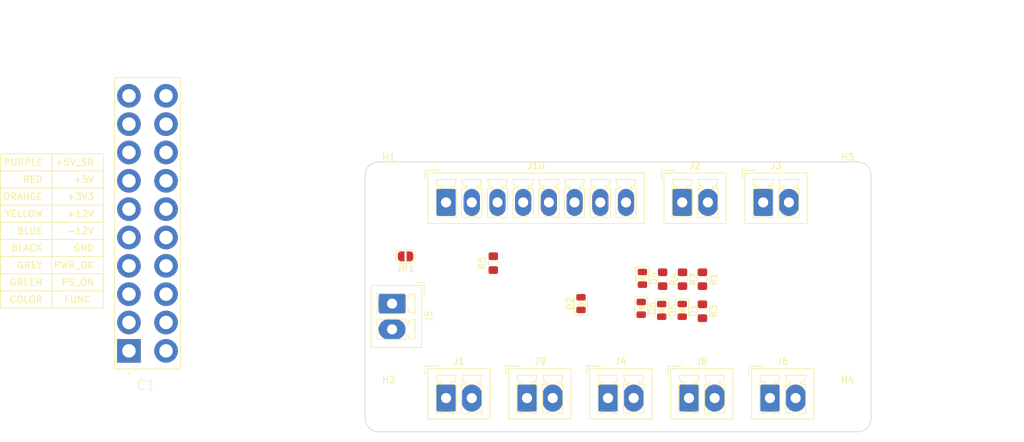
<source format=kicad_pcb>
(kicad_pcb (version 20171130) (host pcbnew 5.1.5-52549c5~84~ubuntu18.04.1)

  (general
    (thickness 1.6)
    (drawings 11)
    (tracks 0)
    (zones 0)
    (modules 25)
    (nets 13)
  )

  (page User 139.7 215.9)
  (layers
    (0 F.Cu signal)
    (31 B.Cu signal)
    (32 B.Adhes user)
    (33 F.Adhes user)
    (34 B.Paste user)
    (35 F.Paste user)
    (36 B.SilkS user)
    (37 F.SilkS user)
    (38 B.Mask user)
    (39 F.Mask user)
    (40 Dwgs.User user)
    (41 Cmts.User user)
    (42 Eco1.User user)
    (43 Eco2.User user)
    (44 Edge.Cuts user)
    (45 Margin user)
    (46 B.CrtYd user)
    (47 F.CrtYd user)
    (48 B.Fab user)
    (49 F.Fab user)
  )

  (setup
    (last_trace_width 0.25)
    (trace_clearance 0.2)
    (zone_clearance 0.508)
    (zone_45_only no)
    (trace_min 0.2)
    (via_size 0.8)
    (via_drill 0.4)
    (via_min_size 0.4)
    (via_min_drill 0.3)
    (uvia_size 0.3)
    (uvia_drill 0.1)
    (uvias_allowed no)
    (uvia_min_size 0.2)
    (uvia_min_drill 0.1)
    (edge_width 0.05)
    (segment_width 0.2)
    (pcb_text_width 0.3)
    (pcb_text_size 1.5 1.5)
    (mod_edge_width 0.12)
    (mod_text_size 1 1)
    (mod_text_width 0.15)
    (pad_size 1.524 1.524)
    (pad_drill 0.762)
    (pad_to_mask_clearance 0.051)
    (solder_mask_min_width 0.25)
    (aux_axis_origin 0 0)
    (visible_elements FFFFFF7F)
    (pcbplotparams
      (layerselection 0x010fc_ffffffff)
      (usegerberextensions false)
      (usegerberattributes false)
      (usegerberadvancedattributes false)
      (creategerberjobfile false)
      (excludeedgelayer true)
      (linewidth 0.100000)
      (plotframeref false)
      (viasonmask false)
      (mode 1)
      (useauxorigin false)
      (hpglpennumber 1)
      (hpglpenspeed 20)
      (hpglpendiameter 15.000000)
      (psnegative false)
      (psa4output false)
      (plotreference true)
      (plotvalue true)
      (plotinvisibletext false)
      (padsonsilk false)
      (subtractmaskfromsilk false)
      (outputformat 1)
      (mirror false)
      (drillshape 1)
      (scaleselection 1)
      (outputdirectory ""))
  )

  (net 0 "")
  (net 1 "Net-(D1-Pad2)")
  (net 2 /+5V)
  (net 3 /+12V)
  (net 4 /+3V3)
  (net 5 /PS_ON)
  (net 6 /+5V_SB)
  (net 7 "Net-(D4-Pad2)")
  (net 8 "Net-(D5-Pad2)")
  (net 9 "Net-(D6-Pad2)")
  (net 10 GND)
  (net 11 "Net-(D2-Pad2)")
  (net 12 /PW_OK)

  (net_class Default "This is the default net class."
    (clearance 0.2)
    (trace_width 0.25)
    (via_dia 0.8)
    (via_drill 0.4)
    (uvia_dia 0.3)
    (uvia_drill 0.1)
    (add_net /+12V)
    (add_net /+3V3)
    (add_net /+5V)
    (add_net /+5V_SB)
    (add_net /-12V)
    (add_net /PS_ON)
    (add_net /PW_OK)
    (add_net GND)
    (add_net "Net-(D1-Pad2)")
    (add_net "Net-(D2-Pad2)")
    (add_net "Net-(D4-Pad2)")
    (add_net "Net-(D5-Pad2)")
    (add_net "Net-(D6-Pad2)")
    (add_net "Net-(J1-Pad1)")
  )

  (module footprint-lib:PhoenixContact_MCV_1,5_2-G-3.81_1x02_P3.81mm_Vertical (layer F.Cu) (tedit 5E665D60) (tstamp 5E40A671)
    (at 24 35)
    (descr "Generic Phoenix Contact connector footprint for: MCV_1,5/2-G-3.81; number of pins: 02; pin pitch: 3.81mm; Vertical || order number: 1803426 8A 160V")
    (tags "phoenix_contact connector MCV_01x02_G_3.81mm")
    (path /5E42C649)
    (fp_text reference J9 (at 1.9 -5.45) (layer F.SilkS)
      (effects (font (size 1 1) (thickness 0.15)))
    )
    (fp_text value +5V (at 1.9 4.2) (layer F.Fab)
      (effects (font (size 1 1) (thickness 0.15)))
    )
    (fp_arc (start 0 3.95) (end -0.75 2.25) (angle 47.6) (layer F.SilkS) (width 0.12))
    (fp_arc (start 3.81 3.95) (end 3.06 2.25) (angle 47.6) (layer F.SilkS) (width 0.12))
    (fp_line (start -2.71 -4.36) (end -2.71 3.11) (layer F.SilkS) (width 0.12))
    (fp_line (start -2.71 3.11) (end 6.52 3.11) (layer F.SilkS) (width 0.12))
    (fp_line (start 6.52 3.11) (end 6.52 -4.36) (layer F.SilkS) (width 0.12))
    (fp_line (start 6.52 -4.36) (end -2.71 -4.36) (layer F.SilkS) (width 0.12))
    (fp_line (start -2.6 -4.25) (end -2.6 3) (layer F.Fab) (width 0.1))
    (fp_line (start -2.6 3) (end 6.41 3) (layer F.Fab) (width 0.1))
    (fp_line (start 6.41 3) (end 6.41 -4.25) (layer F.Fab) (width 0.1))
    (fp_line (start 6.41 -4.25) (end -2.6 -4.25) (layer F.Fab) (width 0.1))
    (fp_line (start -0.75 2.25) (end -1.5 2.25) (layer F.SilkS) (width 0.12))
    (fp_line (start -1.5 2.25) (end -1.5 -2.05) (layer F.SilkS) (width 0.12))
    (fp_line (start -1.5 -2.05) (end -0.75 -2.05) (layer F.SilkS) (width 0.12))
    (fp_line (start -0.75 -2.05) (end -0.75 -2.4) (layer F.SilkS) (width 0.12))
    (fp_line (start -0.75 -2.4) (end -1.25 -2.4) (layer F.SilkS) (width 0.12))
    (fp_line (start -1.25 -2.4) (end -1.5 -3.4) (layer F.SilkS) (width 0.12))
    (fp_line (start -1.5 -3.4) (end 1.5 -3.4) (layer F.SilkS) (width 0.12))
    (fp_line (start 1.5 -3.4) (end 1.25 -2.4) (layer F.SilkS) (width 0.12))
    (fp_line (start 1.25 -2.4) (end 0.75 -2.4) (layer F.SilkS) (width 0.12))
    (fp_line (start 0.75 -2.4) (end 0.75 -2.05) (layer F.SilkS) (width 0.12))
    (fp_line (start 0.75 -2.05) (end 1.5 -2.05) (layer F.SilkS) (width 0.12))
    (fp_line (start 1.5 -2.05) (end 1.5 2.25) (layer F.SilkS) (width 0.12))
    (fp_line (start 1.5 2.25) (end 0.75 2.25) (layer F.SilkS) (width 0.12))
    (fp_line (start 3.06 2.25) (end 2.31 2.25) (layer F.SilkS) (width 0.12))
    (fp_line (start 2.31 2.25) (end 2.31 -2.05) (layer F.SilkS) (width 0.12))
    (fp_line (start 2.31 -2.05) (end 3.06 -2.05) (layer F.SilkS) (width 0.12))
    (fp_line (start 3.06 -2.05) (end 3.06 -2.4) (layer F.SilkS) (width 0.12))
    (fp_line (start 3.06 -2.4) (end 2.56 -2.4) (layer F.SilkS) (width 0.12))
    (fp_line (start 2.56 -2.4) (end 2.31 -3.4) (layer F.SilkS) (width 0.12))
    (fp_line (start 2.31 -3.4) (end 5.31 -3.4) (layer F.SilkS) (width 0.12))
    (fp_line (start 5.31 -3.4) (end 5.06 -2.4) (layer F.SilkS) (width 0.12))
    (fp_line (start 5.06 -2.4) (end 4.56 -2.4) (layer F.SilkS) (width 0.12))
    (fp_line (start 4.56 -2.4) (end 4.56 -2.05) (layer F.SilkS) (width 0.12))
    (fp_line (start 4.56 -2.05) (end 5.31 -2.05) (layer F.SilkS) (width 0.12))
    (fp_line (start 5.31 -2.05) (end 5.31 2.25) (layer F.SilkS) (width 0.12))
    (fp_line (start 5.31 2.25) (end 4.56 2.25) (layer F.SilkS) (width 0.12))
    (fp_line (start -3.1 -4.75) (end -3.1 3.5) (layer F.CrtYd) (width 0.05))
    (fp_line (start -3.1 3.5) (end 6.91 3.5) (layer F.CrtYd) (width 0.05))
    (fp_line (start 6.91 3.5) (end 6.91 -4.75) (layer F.CrtYd) (width 0.05))
    (fp_line (start 6.91 -4.75) (end -3.1 -4.75) (layer F.CrtYd) (width 0.05))
    (fp_line (start -3.1 -3.5) (end -3.1 -4.75) (layer F.SilkS) (width 0.12))
    (fp_line (start -3.1 -4.75) (end -1.1 -4.75) (layer F.SilkS) (width 0.12))
    (fp_line (start -3.1 -3.5) (end -3.1 -4.75) (layer F.Fab) (width 0.1))
    (fp_line (start -3.1 -4.75) (end -1.1 -4.75) (layer F.Fab) (width 0.1))
    (fp_text user %R (at 1.9 -3.55) (layer F.Fab)
      (effects (font (size 1 1) (thickness 0.15)))
    )
    (pad 1 thru_hole roundrect (at 0 0) (size 3 4) (drill 1.5) (layers *.Cu *.Mask) (roundrect_rratio 0.139)
      (net 2 /+5V))
    (pad 2 thru_hole oval (at 3.81 0) (size 3 4) (drill 1.5) (layers *.Cu *.Mask)
      (net 10 GND))
    (model ${KISYS3DMOD}/Connector_Phoenix_MC.3dshapes/PhoenixContact_MCV_1,5_2-G-3.81_1x02_P3.81mm_Vertical.wrl
      (at (xyz 0 0 0))
      (scale (xyz 1 1 1))
      (rotate (xyz 0 0 0))
    )
  )

  (module footprint-lib:PhoenixContact_MCV_1,5_2-G-3.81_1x02_P3.81mm_Vertical (layer F.Cu) (tedit 5E665D60) (tstamp 5E40A661)
    (at 48 35)
    (descr "Generic Phoenix Contact connector footprint for: MCV_1,5/2-G-3.81; number of pins: 02; pin pitch: 3.81mm; Vertical || order number: 1803426 8A 160V")
    (tags "phoenix_contact connector MCV_01x02_G_3.81mm")
    (path /5E428C82)
    (fp_text reference J8 (at 1.9 -5.45) (layer F.SilkS)
      (effects (font (size 1 1) (thickness 0.15)))
    )
    (fp_text value +12V (at 1.9 4.2) (layer F.Fab)
      (effects (font (size 1 1) (thickness 0.15)))
    )
    (fp_arc (start 0 3.95) (end -0.75 2.25) (angle 47.6) (layer F.SilkS) (width 0.12))
    (fp_arc (start 3.81 3.95) (end 3.06 2.25) (angle 47.6) (layer F.SilkS) (width 0.12))
    (fp_line (start -2.71 -4.36) (end -2.71 3.11) (layer F.SilkS) (width 0.12))
    (fp_line (start -2.71 3.11) (end 6.52 3.11) (layer F.SilkS) (width 0.12))
    (fp_line (start 6.52 3.11) (end 6.52 -4.36) (layer F.SilkS) (width 0.12))
    (fp_line (start 6.52 -4.36) (end -2.71 -4.36) (layer F.SilkS) (width 0.12))
    (fp_line (start -2.6 -4.25) (end -2.6 3) (layer F.Fab) (width 0.1))
    (fp_line (start -2.6 3) (end 6.41 3) (layer F.Fab) (width 0.1))
    (fp_line (start 6.41 3) (end 6.41 -4.25) (layer F.Fab) (width 0.1))
    (fp_line (start 6.41 -4.25) (end -2.6 -4.25) (layer F.Fab) (width 0.1))
    (fp_line (start -0.75 2.25) (end -1.5 2.25) (layer F.SilkS) (width 0.12))
    (fp_line (start -1.5 2.25) (end -1.5 -2.05) (layer F.SilkS) (width 0.12))
    (fp_line (start -1.5 -2.05) (end -0.75 -2.05) (layer F.SilkS) (width 0.12))
    (fp_line (start -0.75 -2.05) (end -0.75 -2.4) (layer F.SilkS) (width 0.12))
    (fp_line (start -0.75 -2.4) (end -1.25 -2.4) (layer F.SilkS) (width 0.12))
    (fp_line (start -1.25 -2.4) (end -1.5 -3.4) (layer F.SilkS) (width 0.12))
    (fp_line (start -1.5 -3.4) (end 1.5 -3.4) (layer F.SilkS) (width 0.12))
    (fp_line (start 1.5 -3.4) (end 1.25 -2.4) (layer F.SilkS) (width 0.12))
    (fp_line (start 1.25 -2.4) (end 0.75 -2.4) (layer F.SilkS) (width 0.12))
    (fp_line (start 0.75 -2.4) (end 0.75 -2.05) (layer F.SilkS) (width 0.12))
    (fp_line (start 0.75 -2.05) (end 1.5 -2.05) (layer F.SilkS) (width 0.12))
    (fp_line (start 1.5 -2.05) (end 1.5 2.25) (layer F.SilkS) (width 0.12))
    (fp_line (start 1.5 2.25) (end 0.75 2.25) (layer F.SilkS) (width 0.12))
    (fp_line (start 3.06 2.25) (end 2.31 2.25) (layer F.SilkS) (width 0.12))
    (fp_line (start 2.31 2.25) (end 2.31 -2.05) (layer F.SilkS) (width 0.12))
    (fp_line (start 2.31 -2.05) (end 3.06 -2.05) (layer F.SilkS) (width 0.12))
    (fp_line (start 3.06 -2.05) (end 3.06 -2.4) (layer F.SilkS) (width 0.12))
    (fp_line (start 3.06 -2.4) (end 2.56 -2.4) (layer F.SilkS) (width 0.12))
    (fp_line (start 2.56 -2.4) (end 2.31 -3.4) (layer F.SilkS) (width 0.12))
    (fp_line (start 2.31 -3.4) (end 5.31 -3.4) (layer F.SilkS) (width 0.12))
    (fp_line (start 5.31 -3.4) (end 5.06 -2.4) (layer F.SilkS) (width 0.12))
    (fp_line (start 5.06 -2.4) (end 4.56 -2.4) (layer F.SilkS) (width 0.12))
    (fp_line (start 4.56 -2.4) (end 4.56 -2.05) (layer F.SilkS) (width 0.12))
    (fp_line (start 4.56 -2.05) (end 5.31 -2.05) (layer F.SilkS) (width 0.12))
    (fp_line (start 5.31 -2.05) (end 5.31 2.25) (layer F.SilkS) (width 0.12))
    (fp_line (start 5.31 2.25) (end 4.56 2.25) (layer F.SilkS) (width 0.12))
    (fp_line (start -3.1 -4.75) (end -3.1 3.5) (layer F.CrtYd) (width 0.05))
    (fp_line (start -3.1 3.5) (end 6.91 3.5) (layer F.CrtYd) (width 0.05))
    (fp_line (start 6.91 3.5) (end 6.91 -4.75) (layer F.CrtYd) (width 0.05))
    (fp_line (start 6.91 -4.75) (end -3.1 -4.75) (layer F.CrtYd) (width 0.05))
    (fp_line (start -3.1 -3.5) (end -3.1 -4.75) (layer F.SilkS) (width 0.12))
    (fp_line (start -3.1 -4.75) (end -1.1 -4.75) (layer F.SilkS) (width 0.12))
    (fp_line (start -3.1 -3.5) (end -3.1 -4.75) (layer F.Fab) (width 0.1))
    (fp_line (start -3.1 -4.75) (end -1.1 -4.75) (layer F.Fab) (width 0.1))
    (fp_text user %R (at 1.9 -3.55) (layer F.Fab)
      (effects (font (size 1 1) (thickness 0.15)))
    )
    (pad 1 thru_hole roundrect (at 0 0) (size 3 4) (drill 1.5) (layers *.Cu *.Mask) (roundrect_rratio 0.139)
      (net 3 /+12V))
    (pad 2 thru_hole oval (at 3.81 0) (size 3 4) (drill 1.5) (layers *.Cu *.Mask)
      (net 10 GND))
    (model ${KISYS3DMOD}/Connector_Phoenix_MC.3dshapes/PhoenixContact_MCV_1,5_2-G-3.81_1x02_P3.81mm_Vertical.wrl
      (at (xyz 0 0 0))
      (scale (xyz 1 1 1))
      (rotate (xyz 0 0 0))
    )
  )

  (module footprint-lib:PhoenixContact_MCV_1,5_2-G-3.81_1x02_P3.81mm_Vertical (layer F.Cu) (tedit 5E665D60) (tstamp 5E408D84)
    (at 60 35)
    (descr "Generic Phoenix Contact connector footprint for: MCV_1,5/2-G-3.81; number of pins: 02; pin pitch: 3.81mm; Vertical || order number: 1803426 8A 160V")
    (tags "phoenix_contact connector MCV_01x02_G_3.81mm")
    (path /5E403395)
    (fp_text reference J6 (at 1.9 -5.45) (layer F.SilkS)
      (effects (font (size 1 1) (thickness 0.15)))
    )
    (fp_text value +12V (at 1.9 4.2) (layer F.Fab)
      (effects (font (size 1 1) (thickness 0.15)))
    )
    (fp_arc (start 0 3.95) (end -0.75 2.25) (angle 47.6) (layer F.SilkS) (width 0.12))
    (fp_arc (start 3.81 3.95) (end 3.06 2.25) (angle 47.6) (layer F.SilkS) (width 0.12))
    (fp_line (start -2.71 -4.36) (end -2.71 3.11) (layer F.SilkS) (width 0.12))
    (fp_line (start -2.71 3.11) (end 6.52 3.11) (layer F.SilkS) (width 0.12))
    (fp_line (start 6.52 3.11) (end 6.52 -4.36) (layer F.SilkS) (width 0.12))
    (fp_line (start 6.52 -4.36) (end -2.71 -4.36) (layer F.SilkS) (width 0.12))
    (fp_line (start -2.6 -4.25) (end -2.6 3) (layer F.Fab) (width 0.1))
    (fp_line (start -2.6 3) (end 6.41 3) (layer F.Fab) (width 0.1))
    (fp_line (start 6.41 3) (end 6.41 -4.25) (layer F.Fab) (width 0.1))
    (fp_line (start 6.41 -4.25) (end -2.6 -4.25) (layer F.Fab) (width 0.1))
    (fp_line (start -0.75 2.25) (end -1.5 2.25) (layer F.SilkS) (width 0.12))
    (fp_line (start -1.5 2.25) (end -1.5 -2.05) (layer F.SilkS) (width 0.12))
    (fp_line (start -1.5 -2.05) (end -0.75 -2.05) (layer F.SilkS) (width 0.12))
    (fp_line (start -0.75 -2.05) (end -0.75 -2.4) (layer F.SilkS) (width 0.12))
    (fp_line (start -0.75 -2.4) (end -1.25 -2.4) (layer F.SilkS) (width 0.12))
    (fp_line (start -1.25 -2.4) (end -1.5 -3.4) (layer F.SilkS) (width 0.12))
    (fp_line (start -1.5 -3.4) (end 1.5 -3.4) (layer F.SilkS) (width 0.12))
    (fp_line (start 1.5 -3.4) (end 1.25 -2.4) (layer F.SilkS) (width 0.12))
    (fp_line (start 1.25 -2.4) (end 0.75 -2.4) (layer F.SilkS) (width 0.12))
    (fp_line (start 0.75 -2.4) (end 0.75 -2.05) (layer F.SilkS) (width 0.12))
    (fp_line (start 0.75 -2.05) (end 1.5 -2.05) (layer F.SilkS) (width 0.12))
    (fp_line (start 1.5 -2.05) (end 1.5 2.25) (layer F.SilkS) (width 0.12))
    (fp_line (start 1.5 2.25) (end 0.75 2.25) (layer F.SilkS) (width 0.12))
    (fp_line (start 3.06 2.25) (end 2.31 2.25) (layer F.SilkS) (width 0.12))
    (fp_line (start 2.31 2.25) (end 2.31 -2.05) (layer F.SilkS) (width 0.12))
    (fp_line (start 2.31 -2.05) (end 3.06 -2.05) (layer F.SilkS) (width 0.12))
    (fp_line (start 3.06 -2.05) (end 3.06 -2.4) (layer F.SilkS) (width 0.12))
    (fp_line (start 3.06 -2.4) (end 2.56 -2.4) (layer F.SilkS) (width 0.12))
    (fp_line (start 2.56 -2.4) (end 2.31 -3.4) (layer F.SilkS) (width 0.12))
    (fp_line (start 2.31 -3.4) (end 5.31 -3.4) (layer F.SilkS) (width 0.12))
    (fp_line (start 5.31 -3.4) (end 5.06 -2.4) (layer F.SilkS) (width 0.12))
    (fp_line (start 5.06 -2.4) (end 4.56 -2.4) (layer F.SilkS) (width 0.12))
    (fp_line (start 4.56 -2.4) (end 4.56 -2.05) (layer F.SilkS) (width 0.12))
    (fp_line (start 4.56 -2.05) (end 5.31 -2.05) (layer F.SilkS) (width 0.12))
    (fp_line (start 5.31 -2.05) (end 5.31 2.25) (layer F.SilkS) (width 0.12))
    (fp_line (start 5.31 2.25) (end 4.56 2.25) (layer F.SilkS) (width 0.12))
    (fp_line (start -3.1 -4.75) (end -3.1 3.5) (layer F.CrtYd) (width 0.05))
    (fp_line (start -3.1 3.5) (end 6.91 3.5) (layer F.CrtYd) (width 0.05))
    (fp_line (start 6.91 3.5) (end 6.91 -4.75) (layer F.CrtYd) (width 0.05))
    (fp_line (start 6.91 -4.75) (end -3.1 -4.75) (layer F.CrtYd) (width 0.05))
    (fp_line (start -3.1 -3.5) (end -3.1 -4.75) (layer F.SilkS) (width 0.12))
    (fp_line (start -3.1 -4.75) (end -1.1 -4.75) (layer F.SilkS) (width 0.12))
    (fp_line (start -3.1 -3.5) (end -3.1 -4.75) (layer F.Fab) (width 0.1))
    (fp_line (start -3.1 -4.75) (end -1.1 -4.75) (layer F.Fab) (width 0.1))
    (fp_text user %R (at 1.9 -3.55) (layer F.Fab)
      (effects (font (size 1 1) (thickness 0.15)))
    )
    (pad 1 thru_hole roundrect (at 0 0) (size 3 4) (drill 1.5) (layers *.Cu *.Mask) (roundrect_rratio 0.139)
      (net 3 /+12V))
    (pad 2 thru_hole oval (at 3.81 0) (size 3 4) (drill 1.5) (layers *.Cu *.Mask)
      (net 10 GND))
    (model ${KISYS3DMOD}/Connector_Phoenix_MC.3dshapes/PhoenixContact_MCV_1,5_2-G-3.81_1x02_P3.81mm_Vertical.wrl
      (at (xyz 0 0 0))
      (scale (xyz 1 1 1))
      (rotate (xyz 0 0 0))
    )
  )

  (module footprint-lib:PhoenixContact_MCV_1,5_2-G-3.81_1x02_P3.81mm_Vertical (layer F.Cu) (tedit 5E665D60) (tstamp 5E408D74)
    (at 4 21 270)
    (descr "Generic Phoenix Contact connector footprint for: MCV_1,5/2-G-3.81; number of pins: 02; pin pitch: 3.81mm; Vertical || order number: 1803426 8A 160V")
    (tags "phoenix_contact connector MCV_01x02_G_3.81mm")
    (path /5E4024F5)
    (fp_text reference J5 (at 1.9 -5.45 90) (layer F.SilkS)
      (effects (font (size 1 1) (thickness 0.15)))
    )
    (fp_text value +3V3 (at 1.9 4.2 90) (layer F.Fab)
      (effects (font (size 1 1) (thickness 0.15)))
    )
    (fp_arc (start 0 3.95) (end -0.75 2.25) (angle 47.6) (layer F.SilkS) (width 0.12))
    (fp_arc (start 3.81 3.95) (end 3.06 2.25) (angle 47.6) (layer F.SilkS) (width 0.12))
    (fp_line (start -2.71 -4.36) (end -2.71 3.11) (layer F.SilkS) (width 0.12))
    (fp_line (start -2.71 3.11) (end 6.52 3.11) (layer F.SilkS) (width 0.12))
    (fp_line (start 6.52 3.11) (end 6.52 -4.36) (layer F.SilkS) (width 0.12))
    (fp_line (start 6.52 -4.36) (end -2.71 -4.36) (layer F.SilkS) (width 0.12))
    (fp_line (start -2.6 -4.25) (end -2.6 3) (layer F.Fab) (width 0.1))
    (fp_line (start -2.6 3) (end 6.41 3) (layer F.Fab) (width 0.1))
    (fp_line (start 6.41 3) (end 6.41 -4.25) (layer F.Fab) (width 0.1))
    (fp_line (start 6.41 -4.25) (end -2.6 -4.25) (layer F.Fab) (width 0.1))
    (fp_line (start -0.75 2.25) (end -1.5 2.25) (layer F.SilkS) (width 0.12))
    (fp_line (start -1.5 2.25) (end -1.5 -2.05) (layer F.SilkS) (width 0.12))
    (fp_line (start -1.5 -2.05) (end -0.75 -2.05) (layer F.SilkS) (width 0.12))
    (fp_line (start -0.75 -2.05) (end -0.75 -2.4) (layer F.SilkS) (width 0.12))
    (fp_line (start -0.75 -2.4) (end -1.25 -2.4) (layer F.SilkS) (width 0.12))
    (fp_line (start -1.25 -2.4) (end -1.5 -3.4) (layer F.SilkS) (width 0.12))
    (fp_line (start -1.5 -3.4) (end 1.5 -3.4) (layer F.SilkS) (width 0.12))
    (fp_line (start 1.5 -3.4) (end 1.25 -2.4) (layer F.SilkS) (width 0.12))
    (fp_line (start 1.25 -2.4) (end 0.75 -2.4) (layer F.SilkS) (width 0.12))
    (fp_line (start 0.75 -2.4) (end 0.75 -2.05) (layer F.SilkS) (width 0.12))
    (fp_line (start 0.75 -2.05) (end 1.5 -2.05) (layer F.SilkS) (width 0.12))
    (fp_line (start 1.5 -2.05) (end 1.5 2.25) (layer F.SilkS) (width 0.12))
    (fp_line (start 1.5 2.25) (end 0.75 2.25) (layer F.SilkS) (width 0.12))
    (fp_line (start 3.06 2.25) (end 2.31 2.25) (layer F.SilkS) (width 0.12))
    (fp_line (start 2.31 2.25) (end 2.31 -2.05) (layer F.SilkS) (width 0.12))
    (fp_line (start 2.31 -2.05) (end 3.06 -2.05) (layer F.SilkS) (width 0.12))
    (fp_line (start 3.06 -2.05) (end 3.06 -2.4) (layer F.SilkS) (width 0.12))
    (fp_line (start 3.06 -2.4) (end 2.56 -2.4) (layer F.SilkS) (width 0.12))
    (fp_line (start 2.56 -2.4) (end 2.31 -3.4) (layer F.SilkS) (width 0.12))
    (fp_line (start 2.31 -3.4) (end 5.31 -3.4) (layer F.SilkS) (width 0.12))
    (fp_line (start 5.31 -3.4) (end 5.06 -2.4) (layer F.SilkS) (width 0.12))
    (fp_line (start 5.06 -2.4) (end 4.56 -2.4) (layer F.SilkS) (width 0.12))
    (fp_line (start 4.56 -2.4) (end 4.56 -2.05) (layer F.SilkS) (width 0.12))
    (fp_line (start 4.56 -2.05) (end 5.31 -2.05) (layer F.SilkS) (width 0.12))
    (fp_line (start 5.31 -2.05) (end 5.31 2.25) (layer F.SilkS) (width 0.12))
    (fp_line (start 5.31 2.25) (end 4.56 2.25) (layer F.SilkS) (width 0.12))
    (fp_line (start -3.1 -4.75) (end -3.1 3.5) (layer F.CrtYd) (width 0.05))
    (fp_line (start -3.1 3.5) (end 6.91 3.5) (layer F.CrtYd) (width 0.05))
    (fp_line (start 6.91 3.5) (end 6.91 -4.75) (layer F.CrtYd) (width 0.05))
    (fp_line (start 6.91 -4.75) (end -3.1 -4.75) (layer F.CrtYd) (width 0.05))
    (fp_line (start -3.1 -3.5) (end -3.1 -4.75) (layer F.SilkS) (width 0.12))
    (fp_line (start -3.1 -4.75) (end -1.1 -4.75) (layer F.SilkS) (width 0.12))
    (fp_line (start -3.1 -3.5) (end -3.1 -4.75) (layer F.Fab) (width 0.1))
    (fp_line (start -3.1 -4.75) (end -1.1 -4.75) (layer F.Fab) (width 0.1))
    (fp_text user %R (at 1.9 -3.55 90) (layer F.Fab)
      (effects (font (size 1 1) (thickness 0.15)))
    )
    (pad 1 thru_hole roundrect (at 0 0 270) (size 3 4) (drill 1.5) (layers *.Cu *.Mask) (roundrect_rratio 0.139)
      (net 4 /+3V3))
    (pad 2 thru_hole oval (at 3.81 0 270) (size 3 4) (drill 1.5) (layers *.Cu *.Mask)
      (net 10 GND))
    (model ${KISYS3DMOD}/Connector_Phoenix_MC.3dshapes/PhoenixContact_MCV_1,5_2-G-3.81_1x02_P3.81mm_Vertical.wrl
      (at (xyz 0 0 0))
      (scale (xyz 1 1 1))
      (rotate (xyz 0 0 0))
    )
  )

  (module footprint-lib:PhoenixContact_MCV_1,5_2-G-3.81_1x02_P3.81mm_Vertical (layer F.Cu) (tedit 5E665D60) (tstamp 5E40A05B)
    (at 36 35)
    (descr "Generic Phoenix Contact connector footprint for: MCV_1,5/2-G-3.81; number of pins: 02; pin pitch: 3.81mm; Vertical || order number: 1803426 8A 160V")
    (tags "phoenix_contact connector MCV_01x02_G_3.81mm")
    (path /5E402C89)
    (fp_text reference J4 (at 1.9 -5.45) (layer F.SilkS)
      (effects (font (size 1 1) (thickness 0.15)))
    )
    (fp_text value +5V (at 1.9 4.2) (layer F.Fab)
      (effects (font (size 1 1) (thickness 0.15)))
    )
    (fp_arc (start 0 3.95) (end -0.75 2.25) (angle 47.6) (layer F.SilkS) (width 0.12))
    (fp_arc (start 3.81 3.95) (end 3.06 2.25) (angle 47.6) (layer F.SilkS) (width 0.12))
    (fp_line (start -2.71 -4.36) (end -2.71 3.11) (layer F.SilkS) (width 0.12))
    (fp_line (start -2.71 3.11) (end 6.52 3.11) (layer F.SilkS) (width 0.12))
    (fp_line (start 6.52 3.11) (end 6.52 -4.36) (layer F.SilkS) (width 0.12))
    (fp_line (start 6.52 -4.36) (end -2.71 -4.36) (layer F.SilkS) (width 0.12))
    (fp_line (start -2.6 -4.25) (end -2.6 3) (layer F.Fab) (width 0.1))
    (fp_line (start -2.6 3) (end 6.41 3) (layer F.Fab) (width 0.1))
    (fp_line (start 6.41 3) (end 6.41 -4.25) (layer F.Fab) (width 0.1))
    (fp_line (start 6.41 -4.25) (end -2.6 -4.25) (layer F.Fab) (width 0.1))
    (fp_line (start -0.75 2.25) (end -1.5 2.25) (layer F.SilkS) (width 0.12))
    (fp_line (start -1.5 2.25) (end -1.5 -2.05) (layer F.SilkS) (width 0.12))
    (fp_line (start -1.5 -2.05) (end -0.75 -2.05) (layer F.SilkS) (width 0.12))
    (fp_line (start -0.75 -2.05) (end -0.75 -2.4) (layer F.SilkS) (width 0.12))
    (fp_line (start -0.75 -2.4) (end -1.25 -2.4) (layer F.SilkS) (width 0.12))
    (fp_line (start -1.25 -2.4) (end -1.5 -3.4) (layer F.SilkS) (width 0.12))
    (fp_line (start -1.5 -3.4) (end 1.5 -3.4) (layer F.SilkS) (width 0.12))
    (fp_line (start 1.5 -3.4) (end 1.25 -2.4) (layer F.SilkS) (width 0.12))
    (fp_line (start 1.25 -2.4) (end 0.75 -2.4) (layer F.SilkS) (width 0.12))
    (fp_line (start 0.75 -2.4) (end 0.75 -2.05) (layer F.SilkS) (width 0.12))
    (fp_line (start 0.75 -2.05) (end 1.5 -2.05) (layer F.SilkS) (width 0.12))
    (fp_line (start 1.5 -2.05) (end 1.5 2.25) (layer F.SilkS) (width 0.12))
    (fp_line (start 1.5 2.25) (end 0.75 2.25) (layer F.SilkS) (width 0.12))
    (fp_line (start 3.06 2.25) (end 2.31 2.25) (layer F.SilkS) (width 0.12))
    (fp_line (start 2.31 2.25) (end 2.31 -2.05) (layer F.SilkS) (width 0.12))
    (fp_line (start 2.31 -2.05) (end 3.06 -2.05) (layer F.SilkS) (width 0.12))
    (fp_line (start 3.06 -2.05) (end 3.06 -2.4) (layer F.SilkS) (width 0.12))
    (fp_line (start 3.06 -2.4) (end 2.56 -2.4) (layer F.SilkS) (width 0.12))
    (fp_line (start 2.56 -2.4) (end 2.31 -3.4) (layer F.SilkS) (width 0.12))
    (fp_line (start 2.31 -3.4) (end 5.31 -3.4) (layer F.SilkS) (width 0.12))
    (fp_line (start 5.31 -3.4) (end 5.06 -2.4) (layer F.SilkS) (width 0.12))
    (fp_line (start 5.06 -2.4) (end 4.56 -2.4) (layer F.SilkS) (width 0.12))
    (fp_line (start 4.56 -2.4) (end 4.56 -2.05) (layer F.SilkS) (width 0.12))
    (fp_line (start 4.56 -2.05) (end 5.31 -2.05) (layer F.SilkS) (width 0.12))
    (fp_line (start 5.31 -2.05) (end 5.31 2.25) (layer F.SilkS) (width 0.12))
    (fp_line (start 5.31 2.25) (end 4.56 2.25) (layer F.SilkS) (width 0.12))
    (fp_line (start -3.1 -4.75) (end -3.1 3.5) (layer F.CrtYd) (width 0.05))
    (fp_line (start -3.1 3.5) (end 6.91 3.5) (layer F.CrtYd) (width 0.05))
    (fp_line (start 6.91 3.5) (end 6.91 -4.75) (layer F.CrtYd) (width 0.05))
    (fp_line (start 6.91 -4.75) (end -3.1 -4.75) (layer F.CrtYd) (width 0.05))
    (fp_line (start -3.1 -3.5) (end -3.1 -4.75) (layer F.SilkS) (width 0.12))
    (fp_line (start -3.1 -4.75) (end -1.1 -4.75) (layer F.SilkS) (width 0.12))
    (fp_line (start -3.1 -3.5) (end -3.1 -4.75) (layer F.Fab) (width 0.1))
    (fp_line (start -3.1 -4.75) (end -1.1 -4.75) (layer F.Fab) (width 0.1))
    (fp_text user %R (at 1.9 -3.55) (layer F.Fab)
      (effects (font (size 1 1) (thickness 0.15)))
    )
    (pad 1 thru_hole roundrect (at 0 0) (size 3 4) (drill 1.5) (layers *.Cu *.Mask) (roundrect_rratio 0.139)
      (net 2 /+5V))
    (pad 2 thru_hole oval (at 3.81 0) (size 3 4) (drill 1.5) (layers *.Cu *.Mask)
      (net 10 GND))
    (model ${KISYS3DMOD}/Connector_Phoenix_MC.3dshapes/PhoenixContact_MCV_1,5_2-G-3.81_1x02_P3.81mm_Vertical.wrl
      (at (xyz 0 0 0))
      (scale (xyz 1 1 1))
      (rotate (xyz 0 0 0))
    )
  )

  (module footprint-lib:PhoenixContact_MCV_1,5_2-G-3.81_1x02_P3.81mm_Vertical (layer F.Cu) (tedit 5E665D60) (tstamp 5E408D54)
    (at 59 6)
    (descr "Generic Phoenix Contact connector footprint for: MCV_1,5/2-G-3.81; number of pins: 02; pin pitch: 3.81mm; Vertical || order number: 1803426 8A 160V")
    (tags "phoenix_contact connector MCV_01x02_G_3.81mm")
    (path /5E410770)
    (fp_text reference J3 (at 1.9 -5.45) (layer F.SilkS)
      (effects (font (size 1 1) (thickness 0.15)))
    )
    (fp_text value PWR_OK (at 1.9 4.2) (layer F.Fab)
      (effects (font (size 1 1) (thickness 0.15)))
    )
    (fp_arc (start 0 3.95) (end -0.75 2.25) (angle 47.6) (layer F.SilkS) (width 0.12))
    (fp_arc (start 3.81 3.95) (end 3.06 2.25) (angle 47.6) (layer F.SilkS) (width 0.12))
    (fp_line (start -2.71 -4.36) (end -2.71 3.11) (layer F.SilkS) (width 0.12))
    (fp_line (start -2.71 3.11) (end 6.52 3.11) (layer F.SilkS) (width 0.12))
    (fp_line (start 6.52 3.11) (end 6.52 -4.36) (layer F.SilkS) (width 0.12))
    (fp_line (start 6.52 -4.36) (end -2.71 -4.36) (layer F.SilkS) (width 0.12))
    (fp_line (start -2.6 -4.25) (end -2.6 3) (layer F.Fab) (width 0.1))
    (fp_line (start -2.6 3) (end 6.41 3) (layer F.Fab) (width 0.1))
    (fp_line (start 6.41 3) (end 6.41 -4.25) (layer F.Fab) (width 0.1))
    (fp_line (start 6.41 -4.25) (end -2.6 -4.25) (layer F.Fab) (width 0.1))
    (fp_line (start -0.75 2.25) (end -1.5 2.25) (layer F.SilkS) (width 0.12))
    (fp_line (start -1.5 2.25) (end -1.5 -2.05) (layer F.SilkS) (width 0.12))
    (fp_line (start -1.5 -2.05) (end -0.75 -2.05) (layer F.SilkS) (width 0.12))
    (fp_line (start -0.75 -2.05) (end -0.75 -2.4) (layer F.SilkS) (width 0.12))
    (fp_line (start -0.75 -2.4) (end -1.25 -2.4) (layer F.SilkS) (width 0.12))
    (fp_line (start -1.25 -2.4) (end -1.5 -3.4) (layer F.SilkS) (width 0.12))
    (fp_line (start -1.5 -3.4) (end 1.5 -3.4) (layer F.SilkS) (width 0.12))
    (fp_line (start 1.5 -3.4) (end 1.25 -2.4) (layer F.SilkS) (width 0.12))
    (fp_line (start 1.25 -2.4) (end 0.75 -2.4) (layer F.SilkS) (width 0.12))
    (fp_line (start 0.75 -2.4) (end 0.75 -2.05) (layer F.SilkS) (width 0.12))
    (fp_line (start 0.75 -2.05) (end 1.5 -2.05) (layer F.SilkS) (width 0.12))
    (fp_line (start 1.5 -2.05) (end 1.5 2.25) (layer F.SilkS) (width 0.12))
    (fp_line (start 1.5 2.25) (end 0.75 2.25) (layer F.SilkS) (width 0.12))
    (fp_line (start 3.06 2.25) (end 2.31 2.25) (layer F.SilkS) (width 0.12))
    (fp_line (start 2.31 2.25) (end 2.31 -2.05) (layer F.SilkS) (width 0.12))
    (fp_line (start 2.31 -2.05) (end 3.06 -2.05) (layer F.SilkS) (width 0.12))
    (fp_line (start 3.06 -2.05) (end 3.06 -2.4) (layer F.SilkS) (width 0.12))
    (fp_line (start 3.06 -2.4) (end 2.56 -2.4) (layer F.SilkS) (width 0.12))
    (fp_line (start 2.56 -2.4) (end 2.31 -3.4) (layer F.SilkS) (width 0.12))
    (fp_line (start 2.31 -3.4) (end 5.31 -3.4) (layer F.SilkS) (width 0.12))
    (fp_line (start 5.31 -3.4) (end 5.06 -2.4) (layer F.SilkS) (width 0.12))
    (fp_line (start 5.06 -2.4) (end 4.56 -2.4) (layer F.SilkS) (width 0.12))
    (fp_line (start 4.56 -2.4) (end 4.56 -2.05) (layer F.SilkS) (width 0.12))
    (fp_line (start 4.56 -2.05) (end 5.31 -2.05) (layer F.SilkS) (width 0.12))
    (fp_line (start 5.31 -2.05) (end 5.31 2.25) (layer F.SilkS) (width 0.12))
    (fp_line (start 5.31 2.25) (end 4.56 2.25) (layer F.SilkS) (width 0.12))
    (fp_line (start -3.1 -4.75) (end -3.1 3.5) (layer F.CrtYd) (width 0.05))
    (fp_line (start -3.1 3.5) (end 6.91 3.5) (layer F.CrtYd) (width 0.05))
    (fp_line (start 6.91 3.5) (end 6.91 -4.75) (layer F.CrtYd) (width 0.05))
    (fp_line (start 6.91 -4.75) (end -3.1 -4.75) (layer F.CrtYd) (width 0.05))
    (fp_line (start -3.1 -3.5) (end -3.1 -4.75) (layer F.SilkS) (width 0.12))
    (fp_line (start -3.1 -4.75) (end -1.1 -4.75) (layer F.SilkS) (width 0.12))
    (fp_line (start -3.1 -3.5) (end -3.1 -4.75) (layer F.Fab) (width 0.1))
    (fp_line (start -3.1 -4.75) (end -1.1 -4.75) (layer F.Fab) (width 0.1))
    (fp_text user %R (at 1.9 -3.55) (layer F.Fab)
      (effects (font (size 1 1) (thickness 0.15)))
    )
    (pad 1 thru_hole roundrect (at 0 0) (size 3 4) (drill 1.5) (layers *.Cu *.Mask) (roundrect_rratio 0.139)
      (net 12 /PW_OK))
    (pad 2 thru_hole oval (at 3.81 0) (size 3 4) (drill 1.5) (layers *.Cu *.Mask)
      (net 10 GND))
    (model ${KISYS3DMOD}/Connector_Phoenix_MC.3dshapes/PhoenixContact_MCV_1,5_2-G-3.81_1x02_P3.81mm_Vertical.wrl
      (at (xyz 0 0 0))
      (scale (xyz 1 1 1))
      (rotate (xyz 0 0 0))
    )
  )

  (module footprint-lib:PhoenixContact_MCV_1,5_2-G-3.81_1x02_P3.81mm_Vertical (layer F.Cu) (tedit 5E665D60) (tstamp 5E408D44)
    (at 47 6)
    (descr "Generic Phoenix Contact connector footprint for: MCV_1,5/2-G-3.81; number of pins: 02; pin pitch: 3.81mm; Vertical || order number: 1803426 8A 160V")
    (tags "phoenix_contact connector MCV_01x02_G_3.81mm")
    (path /5E405EC5)
    (fp_text reference J2 (at 1.9 -5.45) (layer F.SilkS)
      (effects (font (size 1 1) (thickness 0.15)))
    )
    (fp_text value +PS_ON (at 1.9 4.2) (layer F.Fab)
      (effects (font (size 1 1) (thickness 0.15)))
    )
    (fp_arc (start 0 3.95) (end -0.75 2.25) (angle 47.6) (layer F.SilkS) (width 0.12))
    (fp_arc (start 3.81 3.95) (end 3.06 2.25) (angle 47.6) (layer F.SilkS) (width 0.12))
    (fp_line (start -2.71 -4.36) (end -2.71 3.11) (layer F.SilkS) (width 0.12))
    (fp_line (start -2.71 3.11) (end 6.52 3.11) (layer F.SilkS) (width 0.12))
    (fp_line (start 6.52 3.11) (end 6.52 -4.36) (layer F.SilkS) (width 0.12))
    (fp_line (start 6.52 -4.36) (end -2.71 -4.36) (layer F.SilkS) (width 0.12))
    (fp_line (start -2.6 -4.25) (end -2.6 3) (layer F.Fab) (width 0.1))
    (fp_line (start -2.6 3) (end 6.41 3) (layer F.Fab) (width 0.1))
    (fp_line (start 6.41 3) (end 6.41 -4.25) (layer F.Fab) (width 0.1))
    (fp_line (start 6.41 -4.25) (end -2.6 -4.25) (layer F.Fab) (width 0.1))
    (fp_line (start -0.75 2.25) (end -1.5 2.25) (layer F.SilkS) (width 0.12))
    (fp_line (start -1.5 2.25) (end -1.5 -2.05) (layer F.SilkS) (width 0.12))
    (fp_line (start -1.5 -2.05) (end -0.75 -2.05) (layer F.SilkS) (width 0.12))
    (fp_line (start -0.75 -2.05) (end -0.75 -2.4) (layer F.SilkS) (width 0.12))
    (fp_line (start -0.75 -2.4) (end -1.25 -2.4) (layer F.SilkS) (width 0.12))
    (fp_line (start -1.25 -2.4) (end -1.5 -3.4) (layer F.SilkS) (width 0.12))
    (fp_line (start -1.5 -3.4) (end 1.5 -3.4) (layer F.SilkS) (width 0.12))
    (fp_line (start 1.5 -3.4) (end 1.25 -2.4) (layer F.SilkS) (width 0.12))
    (fp_line (start 1.25 -2.4) (end 0.75 -2.4) (layer F.SilkS) (width 0.12))
    (fp_line (start 0.75 -2.4) (end 0.75 -2.05) (layer F.SilkS) (width 0.12))
    (fp_line (start 0.75 -2.05) (end 1.5 -2.05) (layer F.SilkS) (width 0.12))
    (fp_line (start 1.5 -2.05) (end 1.5 2.25) (layer F.SilkS) (width 0.12))
    (fp_line (start 1.5 2.25) (end 0.75 2.25) (layer F.SilkS) (width 0.12))
    (fp_line (start 3.06 2.25) (end 2.31 2.25) (layer F.SilkS) (width 0.12))
    (fp_line (start 2.31 2.25) (end 2.31 -2.05) (layer F.SilkS) (width 0.12))
    (fp_line (start 2.31 -2.05) (end 3.06 -2.05) (layer F.SilkS) (width 0.12))
    (fp_line (start 3.06 -2.05) (end 3.06 -2.4) (layer F.SilkS) (width 0.12))
    (fp_line (start 3.06 -2.4) (end 2.56 -2.4) (layer F.SilkS) (width 0.12))
    (fp_line (start 2.56 -2.4) (end 2.31 -3.4) (layer F.SilkS) (width 0.12))
    (fp_line (start 2.31 -3.4) (end 5.31 -3.4) (layer F.SilkS) (width 0.12))
    (fp_line (start 5.31 -3.4) (end 5.06 -2.4) (layer F.SilkS) (width 0.12))
    (fp_line (start 5.06 -2.4) (end 4.56 -2.4) (layer F.SilkS) (width 0.12))
    (fp_line (start 4.56 -2.4) (end 4.56 -2.05) (layer F.SilkS) (width 0.12))
    (fp_line (start 4.56 -2.05) (end 5.31 -2.05) (layer F.SilkS) (width 0.12))
    (fp_line (start 5.31 -2.05) (end 5.31 2.25) (layer F.SilkS) (width 0.12))
    (fp_line (start 5.31 2.25) (end 4.56 2.25) (layer F.SilkS) (width 0.12))
    (fp_line (start -3.1 -4.75) (end -3.1 3.5) (layer F.CrtYd) (width 0.05))
    (fp_line (start -3.1 3.5) (end 6.91 3.5) (layer F.CrtYd) (width 0.05))
    (fp_line (start 6.91 3.5) (end 6.91 -4.75) (layer F.CrtYd) (width 0.05))
    (fp_line (start 6.91 -4.75) (end -3.1 -4.75) (layer F.CrtYd) (width 0.05))
    (fp_line (start -3.1 -3.5) (end -3.1 -4.75) (layer F.SilkS) (width 0.12))
    (fp_line (start -3.1 -4.75) (end -1.1 -4.75) (layer F.SilkS) (width 0.12))
    (fp_line (start -3.1 -3.5) (end -3.1 -4.75) (layer F.Fab) (width 0.1))
    (fp_line (start -3.1 -4.75) (end -1.1 -4.75) (layer F.Fab) (width 0.1))
    (fp_text user %R (at 1.9 -3.55) (layer F.Fab)
      (effects (font (size 1 1) (thickness 0.15)))
    )
    (pad 1 thru_hole roundrect (at 0 0) (size 3 4) (drill 1.5) (layers *.Cu *.Mask) (roundrect_rratio 0.139)
      (net 5 /PS_ON))
    (pad 2 thru_hole oval (at 3.81 0) (size 3 4) (drill 1.5) (layers *.Cu *.Mask)
      (net 10 GND))
    (model ${KISYS3DMOD}/Connector_Phoenix_MC.3dshapes/PhoenixContact_MCV_1,5_2-G-3.81_1x02_P3.81mm_Vertical.wrl
      (at (xyz 0 0 0))
      (scale (xyz 1 1 1))
      (rotate (xyz 0 0 0))
    )
  )

  (module footprint-lib:PhoenixContact_MCV_1,5_2-G-3.81_1x02_P3.81mm_Vertical (layer F.Cu) (tedit 5E665D60) (tstamp 5E408D34)
    (at 12 35)
    (descr "Generic Phoenix Contact connector footprint for: MCV_1,5/2-G-3.81; number of pins: 02; pin pitch: 3.81mm; Vertical || order number: 1803426 8A 160V")
    (tags "phoenix_contact connector MCV_01x02_G_3.81mm")
    (path /5E40338B)
    (fp_text reference J1 (at 1.9 -5.45) (layer F.SilkS)
      (effects (font (size 1 1) (thickness 0.15)))
    )
    (fp_text value +5V_ALWAYS_ON (at 1.9 4.2) (layer F.Fab)
      (effects (font (size 1 1) (thickness 0.15)))
    )
    (fp_arc (start 0 3.95) (end -0.75 2.25) (angle 47.6) (layer F.SilkS) (width 0.12))
    (fp_arc (start 3.81 3.95) (end 3.06 2.25) (angle 47.6) (layer F.SilkS) (width 0.12))
    (fp_line (start -2.71 -4.36) (end -2.71 3.11) (layer F.SilkS) (width 0.12))
    (fp_line (start -2.71 3.11) (end 6.52 3.11) (layer F.SilkS) (width 0.12))
    (fp_line (start 6.52 3.11) (end 6.52 -4.36) (layer F.SilkS) (width 0.12))
    (fp_line (start 6.52 -4.36) (end -2.71 -4.36) (layer F.SilkS) (width 0.12))
    (fp_line (start -2.6 -4.25) (end -2.6 3) (layer F.Fab) (width 0.1))
    (fp_line (start -2.6 3) (end 6.41 3) (layer F.Fab) (width 0.1))
    (fp_line (start 6.41 3) (end 6.41 -4.25) (layer F.Fab) (width 0.1))
    (fp_line (start 6.41 -4.25) (end -2.6 -4.25) (layer F.Fab) (width 0.1))
    (fp_line (start -0.75 2.25) (end -1.5 2.25) (layer F.SilkS) (width 0.12))
    (fp_line (start -1.5 2.25) (end -1.5 -2.05) (layer F.SilkS) (width 0.12))
    (fp_line (start -1.5 -2.05) (end -0.75 -2.05) (layer F.SilkS) (width 0.12))
    (fp_line (start -0.75 -2.05) (end -0.75 -2.4) (layer F.SilkS) (width 0.12))
    (fp_line (start -0.75 -2.4) (end -1.25 -2.4) (layer F.SilkS) (width 0.12))
    (fp_line (start -1.25 -2.4) (end -1.5 -3.4) (layer F.SilkS) (width 0.12))
    (fp_line (start -1.5 -3.4) (end 1.5 -3.4) (layer F.SilkS) (width 0.12))
    (fp_line (start 1.5 -3.4) (end 1.25 -2.4) (layer F.SilkS) (width 0.12))
    (fp_line (start 1.25 -2.4) (end 0.75 -2.4) (layer F.SilkS) (width 0.12))
    (fp_line (start 0.75 -2.4) (end 0.75 -2.05) (layer F.SilkS) (width 0.12))
    (fp_line (start 0.75 -2.05) (end 1.5 -2.05) (layer F.SilkS) (width 0.12))
    (fp_line (start 1.5 -2.05) (end 1.5 2.25) (layer F.SilkS) (width 0.12))
    (fp_line (start 1.5 2.25) (end 0.75 2.25) (layer F.SilkS) (width 0.12))
    (fp_line (start 3.06 2.25) (end 2.31 2.25) (layer F.SilkS) (width 0.12))
    (fp_line (start 2.31 2.25) (end 2.31 -2.05) (layer F.SilkS) (width 0.12))
    (fp_line (start 2.31 -2.05) (end 3.06 -2.05) (layer F.SilkS) (width 0.12))
    (fp_line (start 3.06 -2.05) (end 3.06 -2.4) (layer F.SilkS) (width 0.12))
    (fp_line (start 3.06 -2.4) (end 2.56 -2.4) (layer F.SilkS) (width 0.12))
    (fp_line (start 2.56 -2.4) (end 2.31 -3.4) (layer F.SilkS) (width 0.12))
    (fp_line (start 2.31 -3.4) (end 5.31 -3.4) (layer F.SilkS) (width 0.12))
    (fp_line (start 5.31 -3.4) (end 5.06 -2.4) (layer F.SilkS) (width 0.12))
    (fp_line (start 5.06 -2.4) (end 4.56 -2.4) (layer F.SilkS) (width 0.12))
    (fp_line (start 4.56 -2.4) (end 4.56 -2.05) (layer F.SilkS) (width 0.12))
    (fp_line (start 4.56 -2.05) (end 5.31 -2.05) (layer F.SilkS) (width 0.12))
    (fp_line (start 5.31 -2.05) (end 5.31 2.25) (layer F.SilkS) (width 0.12))
    (fp_line (start 5.31 2.25) (end 4.56 2.25) (layer F.SilkS) (width 0.12))
    (fp_line (start -3.1 -4.75) (end -3.1 3.5) (layer F.CrtYd) (width 0.05))
    (fp_line (start -3.1 3.5) (end 6.91 3.5) (layer F.CrtYd) (width 0.05))
    (fp_line (start 6.91 3.5) (end 6.91 -4.75) (layer F.CrtYd) (width 0.05))
    (fp_line (start 6.91 -4.75) (end -3.1 -4.75) (layer F.CrtYd) (width 0.05))
    (fp_line (start -3.1 -3.5) (end -3.1 -4.75) (layer F.SilkS) (width 0.12))
    (fp_line (start -3.1 -4.75) (end -1.1 -4.75) (layer F.SilkS) (width 0.12))
    (fp_line (start -3.1 -3.5) (end -3.1 -4.75) (layer F.Fab) (width 0.1))
    (fp_line (start -3.1 -4.75) (end -1.1 -4.75) (layer F.Fab) (width 0.1))
    (fp_text user %R (at 1.9 -3.55) (layer F.Fab)
      (effects (font (size 1 1) (thickness 0.15)))
    )
    (pad 1 thru_hole roundrect (at 0 0) (size 3 4) (drill 1.5) (layers *.Cu *.Mask) (roundrect_rratio 0.139))
    (pad 2 thru_hole oval (at 3.81 0) (size 3 4) (drill 1.5) (layers *.Cu *.Mask)
      (net 10 GND))
    (model ${KISYS3DMOD}/Connector_Phoenix_MC.3dshapes/PhoenixContact_MCV_1,5_2-G-3.81_1x02_P3.81mm_Vertical.wrl
      (at (xyz 0 0 0))
      (scale (xyz 1 1 1))
      (rotate (xyz 0 0 0))
    )
  )

  (module Resistor_SMD:R_0805_2012Metric_Pad1.15x1.40mm_HandSolder (layer F.Cu) (tedit 5B36C52B) (tstamp 5E66EB97)
    (at 19 15 90)
    (descr "Resistor SMD 0805 (2012 Metric), square (rectangular) end terminal, IPC_7351 nominal with elongated pad for handsoldering. (Body size source: https://docs.google.com/spreadsheets/d/1BsfQQcO9C6DZCsRaXUlFlo91Tg2WpOkGARC1WS5S8t0/edit?usp=sharing), generated with kicad-footprint-generator")
    (tags "resistor handsolder")
    (path /5E67BA3F)
    (attr smd)
    (fp_text reference R5 (at 0 -1.65 90) (layer F.SilkS)
      (effects (font (size 1 1) (thickness 0.15)))
    )
    (fp_text value R103,0805 (at 0 1.65 90) (layer F.Fab)
      (effects (font (size 1 1) (thickness 0.15)))
    )
    (fp_text user %R (at 0 0 90) (layer F.Fab)
      (effects (font (size 0.5 0.5) (thickness 0.08)))
    )
    (fp_line (start 1.85 0.95) (end -1.85 0.95) (layer F.CrtYd) (width 0.05))
    (fp_line (start 1.85 -0.95) (end 1.85 0.95) (layer F.CrtYd) (width 0.05))
    (fp_line (start -1.85 -0.95) (end 1.85 -0.95) (layer F.CrtYd) (width 0.05))
    (fp_line (start -1.85 0.95) (end -1.85 -0.95) (layer F.CrtYd) (width 0.05))
    (fp_line (start -0.261252 0.71) (end 0.261252 0.71) (layer F.SilkS) (width 0.12))
    (fp_line (start -0.261252 -0.71) (end 0.261252 -0.71) (layer F.SilkS) (width 0.12))
    (fp_line (start 1 0.6) (end -1 0.6) (layer F.Fab) (width 0.1))
    (fp_line (start 1 -0.6) (end 1 0.6) (layer F.Fab) (width 0.1))
    (fp_line (start -1 -0.6) (end 1 -0.6) (layer F.Fab) (width 0.1))
    (fp_line (start -1 0.6) (end -1 -0.6) (layer F.Fab) (width 0.1))
    (pad 2 smd roundrect (at 1.025 0 90) (size 1.15 1.4) (layers F.Cu F.Paste F.Mask) (roundrect_rratio 0.217391)
      (net 6 /+5V_SB))
    (pad 1 smd roundrect (at -1.025 0 90) (size 1.15 1.4) (layers F.Cu F.Paste F.Mask) (roundrect_rratio 0.217391)
      (net 11 "Net-(D2-Pad2)"))
    (model ${KISYS3DMOD}/Resistor_SMD.3dshapes/R_0805_2012Metric.wrl
      (at (xyz 0 0 0))
      (scale (xyz 1 1 1))
      (rotate (xyz 0 0 0))
    )
  )

  (module footprint-lib:PhoenixContact_MCV_1,5_8-G-3.81_1x08_P3.81mm_Vertical (layer F.Cu) (tedit 5E66579A) (tstamp 5E66EAE4)
    (at 12 6)
    (descr "Generic Phoenix Contact connector footprint for: MCV_1,5/8-G-3.81; number of pins: 08; pin pitch: 3.81mm; Vertical || order number: 1803484 8A 160V")
    (tags "phoenix_contact connector MCV_01x08_G_3.81mm")
    (path /5E651EEF)
    (fp_text reference J10 (at 13.33 -5.45) (layer F.SilkS)
      (effects (font (size 1 1) (thickness 0.15)))
    )
    (fp_text value FROM-PSU (at 13.33 4.2) (layer F.Fab)
      (effects (font (size 1 1) (thickness 0.15)))
    )
    (fp_arc (start 0 3.95) (end -0.75 2.25) (angle 47.6) (layer F.SilkS) (width 0.12))
    (fp_arc (start 3.81 3.95) (end 3.06 2.25) (angle 47.6) (layer F.SilkS) (width 0.12))
    (fp_arc (start 7.62 3.95) (end 6.87 2.25) (angle 47.6) (layer F.SilkS) (width 0.12))
    (fp_arc (start 11.43 3.95) (end 10.68 2.25) (angle 47.6) (layer F.SilkS) (width 0.12))
    (fp_arc (start 15.24 3.95) (end 14.49 2.25) (angle 47.6) (layer F.SilkS) (width 0.12))
    (fp_arc (start 19.05 3.95) (end 18.3 2.25) (angle 47.6) (layer F.SilkS) (width 0.12))
    (fp_arc (start 22.86 3.95) (end 22.11 2.25) (angle 47.6) (layer F.SilkS) (width 0.12))
    (fp_arc (start 26.67 3.95) (end 25.92 2.25) (angle 47.6) (layer F.SilkS) (width 0.12))
    (fp_line (start -2.71 -4.36) (end -2.71 3.11) (layer F.SilkS) (width 0.12))
    (fp_line (start -2.71 3.11) (end 29.38 3.11) (layer F.SilkS) (width 0.12))
    (fp_line (start 29.38 3.11) (end 29.38 -4.36) (layer F.SilkS) (width 0.12))
    (fp_line (start 29.38 -4.36) (end -2.71 -4.36) (layer F.SilkS) (width 0.12))
    (fp_line (start -2.6 -4.25) (end -2.6 3) (layer F.Fab) (width 0.1))
    (fp_line (start -2.6 3) (end 29.27 3) (layer F.Fab) (width 0.1))
    (fp_line (start 29.27 3) (end 29.27 -4.25) (layer F.Fab) (width 0.1))
    (fp_line (start 29.27 -4.25) (end -2.6 -4.25) (layer F.Fab) (width 0.1))
    (fp_line (start -0.75 2.25) (end -1.5 2.25) (layer F.SilkS) (width 0.12))
    (fp_line (start -1.5 2.25) (end -1.5 -2.05) (layer F.SilkS) (width 0.12))
    (fp_line (start -1.5 -2.05) (end -0.75 -2.05) (layer F.SilkS) (width 0.12))
    (fp_line (start -0.75 -2.05) (end -0.75 -2.4) (layer F.SilkS) (width 0.12))
    (fp_line (start -0.75 -2.4) (end -1.25 -2.4) (layer F.SilkS) (width 0.12))
    (fp_line (start -1.25 -2.4) (end -1.5 -3.4) (layer F.SilkS) (width 0.12))
    (fp_line (start -1.5 -3.4) (end 1.5 -3.4) (layer F.SilkS) (width 0.12))
    (fp_line (start 1.5 -3.4) (end 1.25 -2.4) (layer F.SilkS) (width 0.12))
    (fp_line (start 1.25 -2.4) (end 0.75 -2.4) (layer F.SilkS) (width 0.12))
    (fp_line (start 0.75 -2.4) (end 0.75 -2.05) (layer F.SilkS) (width 0.12))
    (fp_line (start 0.75 -2.05) (end 1.5 -2.05) (layer F.SilkS) (width 0.12))
    (fp_line (start 1.5 -2.05) (end 1.5 2.25) (layer F.SilkS) (width 0.12))
    (fp_line (start 1.5 2.25) (end 0.75 2.25) (layer F.SilkS) (width 0.12))
    (fp_line (start 3.06 2.25) (end 2.31 2.25) (layer F.SilkS) (width 0.12))
    (fp_line (start 2.31 2.25) (end 2.31 -2.05) (layer F.SilkS) (width 0.12))
    (fp_line (start 2.31 -2.05) (end 3.06 -2.05) (layer F.SilkS) (width 0.12))
    (fp_line (start 3.06 -2.05) (end 3.06 -2.4) (layer F.SilkS) (width 0.12))
    (fp_line (start 3.06 -2.4) (end 2.56 -2.4) (layer F.SilkS) (width 0.12))
    (fp_line (start 2.56 -2.4) (end 2.31 -3.4) (layer F.SilkS) (width 0.12))
    (fp_line (start 2.31 -3.4) (end 5.31 -3.4) (layer F.SilkS) (width 0.12))
    (fp_line (start 5.31 -3.4) (end 5.06 -2.4) (layer F.SilkS) (width 0.12))
    (fp_line (start 5.06 -2.4) (end 4.56 -2.4) (layer F.SilkS) (width 0.12))
    (fp_line (start 4.56 -2.4) (end 4.56 -2.05) (layer F.SilkS) (width 0.12))
    (fp_line (start 4.56 -2.05) (end 5.31 -2.05) (layer F.SilkS) (width 0.12))
    (fp_line (start 5.31 -2.05) (end 5.31 2.25) (layer F.SilkS) (width 0.12))
    (fp_line (start 5.31 2.25) (end 4.56 2.25) (layer F.SilkS) (width 0.12))
    (fp_line (start 6.87 2.25) (end 6.12 2.25) (layer F.SilkS) (width 0.12))
    (fp_line (start 6.12 2.25) (end 6.12 -2.05) (layer F.SilkS) (width 0.12))
    (fp_line (start 6.12 -2.05) (end 6.87 -2.05) (layer F.SilkS) (width 0.12))
    (fp_line (start 6.87 -2.05) (end 6.87 -2.4) (layer F.SilkS) (width 0.12))
    (fp_line (start 6.87 -2.4) (end 6.37 -2.4) (layer F.SilkS) (width 0.12))
    (fp_line (start 6.37 -2.4) (end 6.12 -3.4) (layer F.SilkS) (width 0.12))
    (fp_line (start 6.12 -3.4) (end 9.12 -3.4) (layer F.SilkS) (width 0.12))
    (fp_line (start 9.12 -3.4) (end 8.87 -2.4) (layer F.SilkS) (width 0.12))
    (fp_line (start 8.87 -2.4) (end 8.37 -2.4) (layer F.SilkS) (width 0.12))
    (fp_line (start 8.37 -2.4) (end 8.37 -2.05) (layer F.SilkS) (width 0.12))
    (fp_line (start 8.37 -2.05) (end 9.12 -2.05) (layer F.SilkS) (width 0.12))
    (fp_line (start 9.12 -2.05) (end 9.12 2.25) (layer F.SilkS) (width 0.12))
    (fp_line (start 9.12 2.25) (end 8.37 2.25) (layer F.SilkS) (width 0.12))
    (fp_line (start 10.68 2.25) (end 9.93 2.25) (layer F.SilkS) (width 0.12))
    (fp_line (start 9.93 2.25) (end 9.93 -2.05) (layer F.SilkS) (width 0.12))
    (fp_line (start 9.93 -2.05) (end 10.68 -2.05) (layer F.SilkS) (width 0.12))
    (fp_line (start 10.68 -2.05) (end 10.68 -2.4) (layer F.SilkS) (width 0.12))
    (fp_line (start 10.68 -2.4) (end 10.18 -2.4) (layer F.SilkS) (width 0.12))
    (fp_line (start 10.18 -2.4) (end 9.93 -3.4) (layer F.SilkS) (width 0.12))
    (fp_line (start 9.93 -3.4) (end 12.93 -3.4) (layer F.SilkS) (width 0.12))
    (fp_line (start 12.93 -3.4) (end 12.68 -2.4) (layer F.SilkS) (width 0.12))
    (fp_line (start 12.68 -2.4) (end 12.18 -2.4) (layer F.SilkS) (width 0.12))
    (fp_line (start 12.18 -2.4) (end 12.18 -2.05) (layer F.SilkS) (width 0.12))
    (fp_line (start 12.18 -2.05) (end 12.93 -2.05) (layer F.SilkS) (width 0.12))
    (fp_line (start 12.93 -2.05) (end 12.93 2.25) (layer F.SilkS) (width 0.12))
    (fp_line (start 12.93 2.25) (end 12.18 2.25) (layer F.SilkS) (width 0.12))
    (fp_line (start 14.49 2.25) (end 13.74 2.25) (layer F.SilkS) (width 0.12))
    (fp_line (start 13.74 2.25) (end 13.74 -2.05) (layer F.SilkS) (width 0.12))
    (fp_line (start 13.74 -2.05) (end 14.49 -2.05) (layer F.SilkS) (width 0.12))
    (fp_line (start 14.49 -2.05) (end 14.49 -2.4) (layer F.SilkS) (width 0.12))
    (fp_line (start 14.49 -2.4) (end 13.99 -2.4) (layer F.SilkS) (width 0.12))
    (fp_line (start 13.99 -2.4) (end 13.74 -3.4) (layer F.SilkS) (width 0.12))
    (fp_line (start 13.74 -3.4) (end 16.74 -3.4) (layer F.SilkS) (width 0.12))
    (fp_line (start 16.74 -3.4) (end 16.49 -2.4) (layer F.SilkS) (width 0.12))
    (fp_line (start 16.49 -2.4) (end 15.99 -2.4) (layer F.SilkS) (width 0.12))
    (fp_line (start 15.99 -2.4) (end 15.99 -2.05) (layer F.SilkS) (width 0.12))
    (fp_line (start 15.99 -2.05) (end 16.74 -2.05) (layer F.SilkS) (width 0.12))
    (fp_line (start 16.74 -2.05) (end 16.74 2.25) (layer F.SilkS) (width 0.12))
    (fp_line (start 16.74 2.25) (end 15.99 2.25) (layer F.SilkS) (width 0.12))
    (fp_line (start 18.3 2.25) (end 17.55 2.25) (layer F.SilkS) (width 0.12))
    (fp_line (start 17.55 2.25) (end 17.55 -2.05) (layer F.SilkS) (width 0.12))
    (fp_line (start 17.55 -2.05) (end 18.3 -2.05) (layer F.SilkS) (width 0.12))
    (fp_line (start 18.3 -2.05) (end 18.3 -2.4) (layer F.SilkS) (width 0.12))
    (fp_line (start 18.3 -2.4) (end 17.8 -2.4) (layer F.SilkS) (width 0.12))
    (fp_line (start 17.8 -2.4) (end 17.55 -3.4) (layer F.SilkS) (width 0.12))
    (fp_line (start 17.55 -3.4) (end 20.55 -3.4) (layer F.SilkS) (width 0.12))
    (fp_line (start 20.55 -3.4) (end 20.3 -2.4) (layer F.SilkS) (width 0.12))
    (fp_line (start 20.3 -2.4) (end 19.8 -2.4) (layer F.SilkS) (width 0.12))
    (fp_line (start 19.8 -2.4) (end 19.8 -2.05) (layer F.SilkS) (width 0.12))
    (fp_line (start 19.8 -2.05) (end 20.55 -2.05) (layer F.SilkS) (width 0.12))
    (fp_line (start 20.55 -2.05) (end 20.55 2.25) (layer F.SilkS) (width 0.12))
    (fp_line (start 20.55 2.25) (end 19.8 2.25) (layer F.SilkS) (width 0.12))
    (fp_line (start 22.11 2.25) (end 21.36 2.25) (layer F.SilkS) (width 0.12))
    (fp_line (start 21.36 2.25) (end 21.36 -2.05) (layer F.SilkS) (width 0.12))
    (fp_line (start 21.36 -2.05) (end 22.11 -2.05) (layer F.SilkS) (width 0.12))
    (fp_line (start 22.11 -2.05) (end 22.11 -2.4) (layer F.SilkS) (width 0.12))
    (fp_line (start 22.11 -2.4) (end 21.61 -2.4) (layer F.SilkS) (width 0.12))
    (fp_line (start 21.61 -2.4) (end 21.36 -3.4) (layer F.SilkS) (width 0.12))
    (fp_line (start 21.36 -3.4) (end 24.36 -3.4) (layer F.SilkS) (width 0.12))
    (fp_line (start 24.36 -3.4) (end 24.11 -2.4) (layer F.SilkS) (width 0.12))
    (fp_line (start 24.11 -2.4) (end 23.61 -2.4) (layer F.SilkS) (width 0.12))
    (fp_line (start 23.61 -2.4) (end 23.61 -2.05) (layer F.SilkS) (width 0.12))
    (fp_line (start 23.61 -2.05) (end 24.36 -2.05) (layer F.SilkS) (width 0.12))
    (fp_line (start 24.36 -2.05) (end 24.36 2.25) (layer F.SilkS) (width 0.12))
    (fp_line (start 24.36 2.25) (end 23.61 2.25) (layer F.SilkS) (width 0.12))
    (fp_line (start 25.92 2.25) (end 25.17 2.25) (layer F.SilkS) (width 0.12))
    (fp_line (start 25.17 2.25) (end 25.17 -2.05) (layer F.SilkS) (width 0.12))
    (fp_line (start 25.17 -2.05) (end 25.92 -2.05) (layer F.SilkS) (width 0.12))
    (fp_line (start 25.92 -2.05) (end 25.92 -2.4) (layer F.SilkS) (width 0.12))
    (fp_line (start 25.92 -2.4) (end 25.42 -2.4) (layer F.SilkS) (width 0.12))
    (fp_line (start 25.42 -2.4) (end 25.17 -3.4) (layer F.SilkS) (width 0.12))
    (fp_line (start 25.17 -3.4) (end 28.17 -3.4) (layer F.SilkS) (width 0.12))
    (fp_line (start 28.17 -3.4) (end 27.92 -2.4) (layer F.SilkS) (width 0.12))
    (fp_line (start 27.92 -2.4) (end 27.42 -2.4) (layer F.SilkS) (width 0.12))
    (fp_line (start 27.42 -2.4) (end 27.42 -2.05) (layer F.SilkS) (width 0.12))
    (fp_line (start 27.42 -2.05) (end 28.17 -2.05) (layer F.SilkS) (width 0.12))
    (fp_line (start 28.17 -2.05) (end 28.17 2.25) (layer F.SilkS) (width 0.12))
    (fp_line (start 28.17 2.25) (end 27.42 2.25) (layer F.SilkS) (width 0.12))
    (fp_line (start -3.1 -4.75) (end -3.1 3.5) (layer F.CrtYd) (width 0.05))
    (fp_line (start -3.1 3.5) (end 29.77 3.5) (layer F.CrtYd) (width 0.05))
    (fp_line (start 29.77 3.5) (end 29.77 -4.75) (layer F.CrtYd) (width 0.05))
    (fp_line (start 29.77 -4.75) (end -3.1 -4.75) (layer F.CrtYd) (width 0.05))
    (fp_line (start -3.1 -3.5) (end -3.1 -4.75) (layer F.SilkS) (width 0.12))
    (fp_line (start -3.1 -4.75) (end -1.1 -4.75) (layer F.SilkS) (width 0.12))
    (fp_line (start -3.1 -3.5) (end -3.1 -4.75) (layer F.Fab) (width 0.1))
    (fp_line (start -3.1 -4.75) (end -1.1 -4.75) (layer F.Fab) (width 0.1))
    (fp_text user %R (at 13.33 -3.55) (layer F.Fab)
      (effects (font (size 1 1) (thickness 0.15)))
    )
    (pad 1 thru_hole roundrect (at 0 0) (size 3 4) (drill 1.5) (layers *.Cu *.Mask) (roundrect_rratio 0.139)
      (net 10 GND))
    (pad 2 thru_hole oval (at 3.81 0) (size 2.4 4) (drill 1.5) (layers *.Cu *.Mask)
      (net 4 /+3V3))
    (pad 3 thru_hole oval (at 7.62 0) (size 2.4 4) (drill 1.5) (layers *.Cu *.Mask)
      (net 2 /+5V))
    (pad 4 thru_hole oval (at 11.43 0) (size 2.4 4) (drill 1.5) (layers *.Cu *.Mask)
      (net 3 /+12V))
    (pad 5 thru_hole oval (at 15.24 0) (size 2.4 4) (drill 1.5) (layers *.Cu *.Mask))
    (pad 6 thru_hole oval (at 19.05 0) (size 2.4 4) (drill 1.5) (layers *.Cu *.Mask)
      (net 6 /+5V_SB))
    (pad 7 thru_hole oval (at 22.86 0) (size 2.4 4) (drill 1.5) (layers *.Cu *.Mask)
      (net 12 /PW_OK))
    (pad 8 thru_hole oval (at 26.67 0) (size 2.4 4) (drill 1.5) (layers *.Cu *.Mask)
      (net 5 /PS_ON))
    (model ${KISYS3DMOD}/Connector_Phoenix_MC.3dshapes/PhoenixContact_MCV_1,5_8-G-3.81_1x08_P3.81mm_Vertical.wrl
      (at (xyz 0 0 0))
      (scale (xyz 1 1 1))
      (rotate (xyz 0 0 0))
    )
  )

  (module footprint-lib:LED_0805_2012Metric (layer F.Cu) (tedit 5CE3E2AD) (tstamp 5E66E894)
    (at 32 21 90)
    (descr "LED SMD 0805 (2012 Metric), square (rectangular) end terminal, IPC_7351 nominal, (Body size source: https://docs.google.com/spreadsheets/d/1BsfQQcO9C6DZCsRaXUlFlo91Tg2WpOkGARC1WS5S8t0/edit?usp=sharing), generated with kicad-footprint-generator")
    (tags diode)
    (path /5E67BA35)
    (attr smd)
    (fp_text reference D2 (at 0 -1.65 90) (layer F.SilkS)
      (effects (font (size 1 1) (thickness 0.15)))
    )
    (fp_text value +5V_HEALTHY (at 0 1.65 90) (layer F.Fab)
      (effects (font (size 1 1) (thickness 0.15)))
    )
    (fp_line (start -0.1 0.2) (end 0.1 0) (layer F.SilkS) (width 0.381))
    (fp_line (start -0.1 -0.3) (end -0.1 0.2) (layer F.SilkS) (width 0.2))
    (fp_line (start 0.3 0) (end -0.2 -0.5) (layer F.SilkS) (width 0.2))
    (fp_line (start -0.2 0.5) (end 0.3 0) (layer F.SilkS) (width 0.2))
    (fp_line (start -0.2 -0.5) (end -0.2 0.5) (layer F.SilkS) (width 0.2))
    (fp_line (start 1 -0.6) (end -0.7 -0.6) (layer F.Fab) (width 0.1))
    (fp_line (start -0.7 -0.6) (end -1 -0.3) (layer F.Fab) (width 0.1))
    (fp_line (start -1 -0.3) (end -1 0.6) (layer F.Fab) (width 0.1))
    (fp_line (start -1 0.6) (end 1 0.6) (layer F.Fab) (width 0.1))
    (fp_line (start 1 0.6) (end 1 -0.6) (layer F.Fab) (width 0.1))
    (fp_line (start 1 -0.96) (end -1.685 -0.96) (layer F.SilkS) (width 0.12))
    (fp_line (start -1.685 -0.96) (end -1.685 0.96) (layer F.SilkS) (width 0.12))
    (fp_line (start -1.685 0.96) (end 1 0.96) (layer F.SilkS) (width 0.12))
    (fp_line (start -1.68 0.95) (end -1.68 -0.95) (layer F.CrtYd) (width 0.05))
    (fp_line (start -1.68 -0.95) (end 1.68 -0.95) (layer F.CrtYd) (width 0.05))
    (fp_line (start 1.68 -0.95) (end 1.68 0.95) (layer F.CrtYd) (width 0.05))
    (fp_line (start 1.68 0.95) (end -1.68 0.95) (layer F.CrtYd) (width 0.05))
    (fp_text user %R (at 0 0 90) (layer F.Fab)
      (effects (font (size 0.5 0.5) (thickness 0.08)))
    )
    (pad 1 smd roundrect (at -0.9375 0 90) (size 0.975 1.4) (layers F.Cu F.Paste F.Mask) (roundrect_rratio 0.25)
      (net 10 GND))
    (pad 2 smd roundrect (at 0.9375 0 90) (size 0.975 1.4) (layers F.Cu F.Paste F.Mask) (roundrect_rratio 0.25)
      (net 11 "Net-(D2-Pad2)"))
    (model ${KISYS3DMOD}/LED_SMD.3dshapes/LED_0805_2012Metric.wrl
      (at (xyz 0 0 0))
      (scale (xyz 1 1 1))
      (rotate (xyz 0 0 0))
    )
  )

  (module footprint-lib:MountingHole_3.2mm_M3,rpi_like (layer F.Cu) (tedit 5E3FD253) (tstamp 5E3FDB4F)
    (at 71.5 36.5)
    (descr "Mounting Hole 2.7mm, no annular, M2.5")
    (tags "mounting hole 2.7mm no annular m2.5")
    (path /5E3FE02E)
    (attr virtual)
    (fp_text reference H4 (at 0 -4.2) (layer F.SilkS)
      (effects (font (size 1 1) (thickness 0.15)))
    )
    (fp_text value MountingHole (at 0 4.2) (layer F.Fab)
      (effects (font (size 1 1) (thickness 0.15)))
    )
    (fp_text user %R (at 0.3 0) (layer F.Fab)
      (effects (font (size 1 1) (thickness 0.15)))
    )
    (fp_circle (center 0 0) (end 2.7 0) (layer Cmts.User) (width 0.15))
    (fp_circle (center 0 0) (end 2.95 0) (layer F.CrtYd) (width 0.05))
    (fp_circle (center 0 0) (end 1.905 0) (layer F.Mask) (width 1.2))
    (fp_circle (center 0 0) (end 1.905 0) (layer B.Mask) (width 1.2))
    (pad "" np_thru_hole circle (at 0 0) (size 3.2 3.2) (drill 3.2) (layers *.Cu *.Mask)
      (solder_mask_margin 1.5) (clearance 1.5))
  )

  (module footprint-lib:MountingHole_3.2mm_M3,rpi_like (layer F.Cu) (tedit 5E3FD253) (tstamp 5E3FDB47)
    (at 71.5 3.5)
    (descr "Mounting Hole 2.7mm, no annular, M2.5")
    (tags "mounting hole 2.7mm no annular m2.5")
    (path /5E3FE024)
    (attr virtual)
    (fp_text reference H3 (at 0 -4.2) (layer F.SilkS)
      (effects (font (size 1 1) (thickness 0.15)))
    )
    (fp_text value MountingHole (at 0 4.2) (layer F.Fab)
      (effects (font (size 1 1) (thickness 0.15)))
    )
    (fp_text user %R (at 0.3 0) (layer F.Fab)
      (effects (font (size 1 1) (thickness 0.15)))
    )
    (fp_circle (center 0 0) (end 2.7 0) (layer Cmts.User) (width 0.15))
    (fp_circle (center 0 0) (end 2.95 0) (layer F.CrtYd) (width 0.05))
    (fp_circle (center 0 0) (end 1.905 0) (layer F.Mask) (width 1.2))
    (fp_circle (center 0 0) (end 1.905 0) (layer B.Mask) (width 1.2))
    (pad "" np_thru_hole circle (at 0 0) (size 3.2 3.2) (drill 3.2) (layers *.Cu *.Mask)
      (solder_mask_margin 1.5) (clearance 1.5))
  )

  (module footprint-lib:MountingHole_3.2mm_M3,rpi_like (layer F.Cu) (tedit 5E3FD253) (tstamp 5E3FDB3F)
    (at 3.5 36.5)
    (descr "Mounting Hole 2.7mm, no annular, M2.5")
    (tags "mounting hole 2.7mm no annular m2.5")
    (path /5E3FDED1)
    (attr virtual)
    (fp_text reference H2 (at 0 -4.2) (layer F.SilkS)
      (effects (font (size 1 1) (thickness 0.15)))
    )
    (fp_text value MountingHole (at 0 4.2) (layer F.Fab)
      (effects (font (size 1 1) (thickness 0.15)))
    )
    (fp_text user %R (at 0.3 0) (layer F.Fab)
      (effects (font (size 1 1) (thickness 0.15)))
    )
    (fp_circle (center 0 0) (end 2.7 0) (layer Cmts.User) (width 0.15))
    (fp_circle (center 0 0) (end 2.95 0) (layer F.CrtYd) (width 0.05))
    (fp_circle (center 0 0) (end 1.905 0) (layer F.Mask) (width 1.2))
    (fp_circle (center 0 0) (end 1.905 0) (layer B.Mask) (width 1.2))
    (pad "" np_thru_hole circle (at 0 0) (size 3.2 3.2) (drill 3.2) (layers *.Cu *.Mask)
      (solder_mask_margin 1.5) (clearance 1.5))
  )

  (module footprint-lib:MountingHole_3.2mm_M3,rpi_like (layer F.Cu) (tedit 5E3FD253) (tstamp 5E40430F)
    (at 3.5 3.5)
    (descr "Mounting Hole 2.7mm, no annular, M2.5")
    (tags "mounting hole 2.7mm no annular m2.5")
    (path /5E3FDAF1)
    (attr virtual)
    (fp_text reference H1 (at 0 -4.2) (layer F.SilkS)
      (effects (font (size 1 1) (thickness 0.15)))
    )
    (fp_text value MountingHole (at 0 4.2) (layer F.Fab)
      (effects (font (size 1 1) (thickness 0.15)))
    )
    (fp_text user %R (at 0.3 0) (layer F.Fab)
      (effects (font (size 1 1) (thickness 0.15)))
    )
    (fp_circle (center 0 0) (end 2.7 0) (layer Cmts.User) (width 0.15))
    (fp_circle (center 0 0) (end 2.95 0) (layer F.CrtYd) (width 0.05))
    (fp_circle (center 0 0) (end 1.905 0) (layer F.Mask) (width 1.2))
    (fp_circle (center 0 0) (end 1.905 0) (layer B.Mask) (width 1.2))
    (pad "" np_thru_hole circle (at 0 0) (size 3.2 3.2) (drill 3.2) (layers *.Cu *.Mask)
      (solder_mask_margin 1.5) (clearance 1.5))
  )

  (module Resistor_SMD:R_0805_2012Metric_Pad1.15x1.40mm_HandSolder (layer F.Cu) (tedit 5B36C52B) (tstamp 5E40ADFB)
    (at 44.095 17.38 270)
    (descr "Resistor SMD 0805 (2012 Metric), square (rectangular) end terminal, IPC_7351 nominal with elongated pad for handsoldering. (Body size source: https://docs.google.com/spreadsheets/d/1BsfQQcO9C6DZCsRaXUlFlo91Tg2WpOkGARC1WS5S8t0/edit?usp=sharing), generated with kicad-footprint-generator")
    (tags "resistor handsolder")
    (path /5E49E274)
    (attr smd)
    (fp_text reference R4 (at 0 -1.65 90) (layer F.SilkS)
      (effects (font (size 1 1) (thickness 0.15)))
    )
    (fp_text value R103,0805 (at 0 1.65 90) (layer F.Fab)
      (effects (font (size 1 1) (thickness 0.15)))
    )
    (fp_text user %R (at 0 0 90) (layer F.Fab)
      (effects (font (size 0.5 0.5) (thickness 0.08)))
    )
    (fp_line (start 1.85 0.95) (end -1.85 0.95) (layer F.CrtYd) (width 0.05))
    (fp_line (start 1.85 -0.95) (end 1.85 0.95) (layer F.CrtYd) (width 0.05))
    (fp_line (start -1.85 -0.95) (end 1.85 -0.95) (layer F.CrtYd) (width 0.05))
    (fp_line (start -1.85 0.95) (end -1.85 -0.95) (layer F.CrtYd) (width 0.05))
    (fp_line (start -0.261252 0.71) (end 0.261252 0.71) (layer F.SilkS) (width 0.12))
    (fp_line (start -0.261252 -0.71) (end 0.261252 -0.71) (layer F.SilkS) (width 0.12))
    (fp_line (start 1 0.6) (end -1 0.6) (layer F.Fab) (width 0.1))
    (fp_line (start 1 -0.6) (end 1 0.6) (layer F.Fab) (width 0.1))
    (fp_line (start -1 -0.6) (end 1 -0.6) (layer F.Fab) (width 0.1))
    (fp_line (start -1 0.6) (end -1 -0.6) (layer F.Fab) (width 0.1))
    (pad 2 smd roundrect (at 1.025 0 270) (size 1.15 1.4) (layers F.Cu F.Paste F.Mask) (roundrect_rratio 0.217391)
      (net 12 /PW_OK))
    (pad 1 smd roundrect (at -1.025 0 270) (size 1.15 1.4) (layers F.Cu F.Paste F.Mask) (roundrect_rratio 0.217391)
      (net 9 "Net-(D6-Pad2)"))
    (model ${KISYS3DMOD}/Resistor_SMD.3dshapes/R_0805_2012Metric.wrl
      (at (xyz 0 0 0))
      (scale (xyz 1 1 1))
      (rotate (xyz 0 0 0))
    )
  )

  (module Resistor_SMD:R_0805_2012Metric_Pad1.15x1.40mm_HandSolder (layer F.Cu) (tedit 5B36C52B) (tstamp 5E40ADEA)
    (at 49.995 22.13 270)
    (descr "Resistor SMD 0805 (2012 Metric), square (rectangular) end terminal, IPC_7351 nominal with elongated pad for handsoldering. (Body size source: https://docs.google.com/spreadsheets/d/1BsfQQcO9C6DZCsRaXUlFlo91Tg2WpOkGARC1WS5S8t0/edit?usp=sharing), generated with kicad-footprint-generator")
    (tags "resistor handsolder")
    (path /5E49E25B)
    (attr smd)
    (fp_text reference R3 (at 0 -1.65 90) (layer F.SilkS)
      (effects (font (size 1 1) (thickness 0.15)))
    )
    (fp_text value R103,0805 (at 0 1.65 90) (layer F.Fab)
      (effects (font (size 1 1) (thickness 0.15)))
    )
    (fp_text user %R (at 0 0 90) (layer F.Fab)
      (effects (font (size 0.5 0.5) (thickness 0.08)))
    )
    (fp_line (start 1.85 0.95) (end -1.85 0.95) (layer F.CrtYd) (width 0.05))
    (fp_line (start 1.85 -0.95) (end 1.85 0.95) (layer F.CrtYd) (width 0.05))
    (fp_line (start -1.85 -0.95) (end 1.85 -0.95) (layer F.CrtYd) (width 0.05))
    (fp_line (start -1.85 0.95) (end -1.85 -0.95) (layer F.CrtYd) (width 0.05))
    (fp_line (start -0.261252 0.71) (end 0.261252 0.71) (layer F.SilkS) (width 0.12))
    (fp_line (start -0.261252 -0.71) (end 0.261252 -0.71) (layer F.SilkS) (width 0.12))
    (fp_line (start 1 0.6) (end -1 0.6) (layer F.Fab) (width 0.1))
    (fp_line (start 1 -0.6) (end 1 0.6) (layer F.Fab) (width 0.1))
    (fp_line (start -1 -0.6) (end 1 -0.6) (layer F.Fab) (width 0.1))
    (fp_line (start -1 0.6) (end -1 -0.6) (layer F.Fab) (width 0.1))
    (pad 2 smd roundrect (at 1.025 0 270) (size 1.15 1.4) (layers F.Cu F.Paste F.Mask) (roundrect_rratio 0.217391)
      (net 3 /+12V))
    (pad 1 smd roundrect (at -1.025 0 270) (size 1.15 1.4) (layers F.Cu F.Paste F.Mask) (roundrect_rratio 0.217391)
      (net 8 "Net-(D5-Pad2)"))
    (model ${KISYS3DMOD}/Resistor_SMD.3dshapes/R_0805_2012Metric.wrl
      (at (xyz 0 0 0))
      (scale (xyz 1 1 1))
      (rotate (xyz 0 0 0))
    )
  )

  (module Resistor_SMD:R_0805_2012Metric_Pad1.15x1.40mm_HandSolder (layer F.Cu) (tedit 5B36C52B) (tstamp 5E40ADD9)
    (at 47.045 17.38 270)
    (descr "Resistor SMD 0805 (2012 Metric), square (rectangular) end terminal, IPC_7351 nominal with elongated pad for handsoldering. (Body size source: https://docs.google.com/spreadsheets/d/1BsfQQcO9C6DZCsRaXUlFlo91Tg2WpOkGARC1WS5S8t0/edit?usp=sharing), generated with kicad-footprint-generator")
    (tags "resistor handsolder")
    (path /5E49CBEB)
    (attr smd)
    (fp_text reference R2 (at 0 -1.65 90) (layer F.SilkS)
      (effects (font (size 1 1) (thickness 0.15)))
    )
    (fp_text value R103,0805 (at 0 1.65 90) (layer F.Fab)
      (effects (font (size 1 1) (thickness 0.15)))
    )
    (fp_text user %R (at 0 0 90) (layer F.Fab)
      (effects (font (size 0.5 0.5) (thickness 0.08)))
    )
    (fp_line (start 1.85 0.95) (end -1.85 0.95) (layer F.CrtYd) (width 0.05))
    (fp_line (start 1.85 -0.95) (end 1.85 0.95) (layer F.CrtYd) (width 0.05))
    (fp_line (start -1.85 -0.95) (end 1.85 -0.95) (layer F.CrtYd) (width 0.05))
    (fp_line (start -1.85 0.95) (end -1.85 -0.95) (layer F.CrtYd) (width 0.05))
    (fp_line (start -0.261252 0.71) (end 0.261252 0.71) (layer F.SilkS) (width 0.12))
    (fp_line (start -0.261252 -0.71) (end 0.261252 -0.71) (layer F.SilkS) (width 0.12))
    (fp_line (start 1 0.6) (end -1 0.6) (layer F.Fab) (width 0.1))
    (fp_line (start 1 -0.6) (end 1 0.6) (layer F.Fab) (width 0.1))
    (fp_line (start -1 -0.6) (end 1 -0.6) (layer F.Fab) (width 0.1))
    (fp_line (start -1 0.6) (end -1 -0.6) (layer F.Fab) (width 0.1))
    (pad 2 smd roundrect (at 1.025 0 270) (size 1.15 1.4) (layers F.Cu F.Paste F.Mask) (roundrect_rratio 0.217391)
      (net 2 /+5V))
    (pad 1 smd roundrect (at -1.025 0 270) (size 1.15 1.4) (layers F.Cu F.Paste F.Mask) (roundrect_rratio 0.217391)
      (net 7 "Net-(D4-Pad2)"))
    (model ${KISYS3DMOD}/Resistor_SMD.3dshapes/R_0805_2012Metric.wrl
      (at (xyz 0 0 0))
      (scale (xyz 1 1 1))
      (rotate (xyz 0 0 0))
    )
  )

  (module Resistor_SMD:R_0805_2012Metric_Pad1.15x1.40mm_HandSolder (layer F.Cu) (tedit 5B36C52B) (tstamp 5E40ADC8)
    (at 49.995 17.38 270)
    (descr "Resistor SMD 0805 (2012 Metric), square (rectangular) end terminal, IPC_7351 nominal with elongated pad for handsoldering. (Body size source: https://docs.google.com/spreadsheets/d/1BsfQQcO9C6DZCsRaXUlFlo91Tg2WpOkGARC1WS5S8t0/edit?usp=sharing), generated with kicad-footprint-generator")
    (tags "resistor handsolder")
    (path /5E4764AD)
    (attr smd)
    (fp_text reference R1 (at 0 -1.65 90) (layer F.SilkS)
      (effects (font (size 1 1) (thickness 0.15)))
    )
    (fp_text value R103,0805 (at 0 1.65 90) (layer F.Fab)
      (effects (font (size 1 1) (thickness 0.15)))
    )
    (fp_text user %R (at 0 0 90) (layer F.Fab)
      (effects (font (size 0.5 0.5) (thickness 0.08)))
    )
    (fp_line (start 1.85 0.95) (end -1.85 0.95) (layer F.CrtYd) (width 0.05))
    (fp_line (start 1.85 -0.95) (end 1.85 0.95) (layer F.CrtYd) (width 0.05))
    (fp_line (start -1.85 -0.95) (end 1.85 -0.95) (layer F.CrtYd) (width 0.05))
    (fp_line (start -1.85 0.95) (end -1.85 -0.95) (layer F.CrtYd) (width 0.05))
    (fp_line (start -0.261252 0.71) (end 0.261252 0.71) (layer F.SilkS) (width 0.12))
    (fp_line (start -0.261252 -0.71) (end 0.261252 -0.71) (layer F.SilkS) (width 0.12))
    (fp_line (start 1 0.6) (end -1 0.6) (layer F.Fab) (width 0.1))
    (fp_line (start 1 -0.6) (end 1 0.6) (layer F.Fab) (width 0.1))
    (fp_line (start -1 -0.6) (end 1 -0.6) (layer F.Fab) (width 0.1))
    (fp_line (start -1 0.6) (end -1 -0.6) (layer F.Fab) (width 0.1))
    (pad 2 smd roundrect (at 1.025 0 270) (size 1.15 1.4) (layers F.Cu F.Paste F.Mask) (roundrect_rratio 0.217391)
      (net 4 /+3V3))
    (pad 1 smd roundrect (at -1.025 0 270) (size 1.15 1.4) (layers F.Cu F.Paste F.Mask) (roundrect_rratio 0.217391)
      (net 1 "Net-(D1-Pad2)"))
    (model ${KISYS3DMOD}/Resistor_SMD.3dshapes/R_0805_2012Metric.wrl
      (at (xyz 0 0 0))
      (scale (xyz 1 1 1))
      (rotate (xyz 0 0 0))
    )
  )

  (module footprint-lib:LED_0805_2012Metric (layer F.Cu) (tedit 5CE3E2AD) (tstamp 5E40AC6E)
    (at 40.92 21.7 270)
    (descr "LED SMD 0805 (2012 Metric), square (rectangular) end terminal, IPC_7351 nominal, (Body size source: https://docs.google.com/spreadsheets/d/1BsfQQcO9C6DZCsRaXUlFlo91Tg2WpOkGARC1WS5S8t0/edit?usp=sharing), generated with kicad-footprint-generator")
    (tags diode)
    (path /5E49E26A)
    (attr smd)
    (fp_text reference D6 (at 0 -1.65 90) (layer F.SilkS)
      (effects (font (size 1 1) (thickness 0.15)))
    )
    (fp_text value PS_ON_STATUS (at 0 1.65 90) (layer F.Fab)
      (effects (font (size 1 1) (thickness 0.15)))
    )
    (fp_line (start -0.1 0.2) (end 0.1 0) (layer F.SilkS) (width 0.381))
    (fp_line (start -0.1 -0.3) (end -0.1 0.2) (layer F.SilkS) (width 0.2))
    (fp_line (start 0.3 0) (end -0.2 -0.5) (layer F.SilkS) (width 0.2))
    (fp_line (start -0.2 0.5) (end 0.3 0) (layer F.SilkS) (width 0.2))
    (fp_line (start -0.2 -0.5) (end -0.2 0.5) (layer F.SilkS) (width 0.2))
    (fp_line (start 1 -0.6) (end -0.7 -0.6) (layer F.Fab) (width 0.1))
    (fp_line (start -0.7 -0.6) (end -1 -0.3) (layer F.Fab) (width 0.1))
    (fp_line (start -1 -0.3) (end -1 0.6) (layer F.Fab) (width 0.1))
    (fp_line (start -1 0.6) (end 1 0.6) (layer F.Fab) (width 0.1))
    (fp_line (start 1 0.6) (end 1 -0.6) (layer F.Fab) (width 0.1))
    (fp_line (start 1 -0.96) (end -1.685 -0.96) (layer F.SilkS) (width 0.12))
    (fp_line (start -1.685 -0.96) (end -1.685 0.96) (layer F.SilkS) (width 0.12))
    (fp_line (start -1.685 0.96) (end 1 0.96) (layer F.SilkS) (width 0.12))
    (fp_line (start -1.68 0.95) (end -1.68 -0.95) (layer F.CrtYd) (width 0.05))
    (fp_line (start -1.68 -0.95) (end 1.68 -0.95) (layer F.CrtYd) (width 0.05))
    (fp_line (start 1.68 -0.95) (end 1.68 0.95) (layer F.CrtYd) (width 0.05))
    (fp_line (start 1.68 0.95) (end -1.68 0.95) (layer F.CrtYd) (width 0.05))
    (fp_text user %R (at 0 0 90) (layer F.Fab)
      (effects (font (size 0.5 0.5) (thickness 0.08)))
    )
    (pad 1 smd roundrect (at -0.9375 0 270) (size 0.975 1.4) (layers F.Cu F.Paste F.Mask) (roundrect_rratio 0.25)
      (net 10 GND))
    (pad 2 smd roundrect (at 0.9375 0 270) (size 0.975 1.4) (layers F.Cu F.Paste F.Mask) (roundrect_rratio 0.25)
      (net 9 "Net-(D6-Pad2)"))
    (model ${KISYS3DMOD}/LED_SMD.3dshapes/LED_0805_2012Metric.wrl
      (at (xyz 0 0 0))
      (scale (xyz 1 1 1))
      (rotate (xyz 0 0 0))
    )
  )

  (module footprint-lib:LED_0805_2012Metric (layer F.Cu) (tedit 5CE3E2AD) (tstamp 5E40AC56)
    (at 43.96 22 270)
    (descr "LED SMD 0805 (2012 Metric), square (rectangular) end terminal, IPC_7351 nominal, (Body size source: https://docs.google.com/spreadsheets/d/1BsfQQcO9C6DZCsRaXUlFlo91Tg2WpOkGARC1WS5S8t0/edit?usp=sharing), generated with kicad-footprint-generator")
    (tags diode)
    (path /5E49E251)
    (attr smd)
    (fp_text reference D5 (at 0 -1.65 90) (layer F.SilkS)
      (effects (font (size 1 1) (thickness 0.15)))
    )
    (fp_text value +12V_HEALTHY (at 0 1.65 90) (layer F.Fab)
      (effects (font (size 1 1) (thickness 0.15)))
    )
    (fp_line (start -0.1 0.2) (end 0.1 0) (layer F.SilkS) (width 0.381))
    (fp_line (start -0.1 -0.3) (end -0.1 0.2) (layer F.SilkS) (width 0.2))
    (fp_line (start 0.3 0) (end -0.2 -0.5) (layer F.SilkS) (width 0.2))
    (fp_line (start -0.2 0.5) (end 0.3 0) (layer F.SilkS) (width 0.2))
    (fp_line (start -0.2 -0.5) (end -0.2 0.5) (layer F.SilkS) (width 0.2))
    (fp_line (start 1 -0.6) (end -0.7 -0.6) (layer F.Fab) (width 0.1))
    (fp_line (start -0.7 -0.6) (end -1 -0.3) (layer F.Fab) (width 0.1))
    (fp_line (start -1 -0.3) (end -1 0.6) (layer F.Fab) (width 0.1))
    (fp_line (start -1 0.6) (end 1 0.6) (layer F.Fab) (width 0.1))
    (fp_line (start 1 0.6) (end 1 -0.6) (layer F.Fab) (width 0.1))
    (fp_line (start 1 -0.96) (end -1.685 -0.96) (layer F.SilkS) (width 0.12))
    (fp_line (start -1.685 -0.96) (end -1.685 0.96) (layer F.SilkS) (width 0.12))
    (fp_line (start -1.685 0.96) (end 1 0.96) (layer F.SilkS) (width 0.12))
    (fp_line (start -1.68 0.95) (end -1.68 -0.95) (layer F.CrtYd) (width 0.05))
    (fp_line (start -1.68 -0.95) (end 1.68 -0.95) (layer F.CrtYd) (width 0.05))
    (fp_line (start 1.68 -0.95) (end 1.68 0.95) (layer F.CrtYd) (width 0.05))
    (fp_line (start 1.68 0.95) (end -1.68 0.95) (layer F.CrtYd) (width 0.05))
    (fp_text user %R (at 0 0 90) (layer F.Fab)
      (effects (font (size 0.5 0.5) (thickness 0.08)))
    )
    (pad 1 smd roundrect (at -0.9375 0 270) (size 0.975 1.4) (layers F.Cu F.Paste F.Mask) (roundrect_rratio 0.25)
      (net 10 GND))
    (pad 2 smd roundrect (at 0.9375 0 270) (size 0.975 1.4) (layers F.Cu F.Paste F.Mask) (roundrect_rratio 0.25)
      (net 8 "Net-(D5-Pad2)"))
    (model ${KISYS3DMOD}/LED_SMD.3dshapes/LED_0805_2012Metric.wrl
      (at (xyz 0 0 0))
      (scale (xyz 1 1 1))
      (rotate (xyz 0 0 0))
    )
  )

  (module footprint-lib:LED_0805_2012Metric (layer F.Cu) (tedit 5CE3E2AD) (tstamp 5E40AC3E)
    (at 41.1 17.25 270)
    (descr "LED SMD 0805 (2012 Metric), square (rectangular) end terminal, IPC_7351 nominal, (Body size source: https://docs.google.com/spreadsheets/d/1BsfQQcO9C6DZCsRaXUlFlo91Tg2WpOkGARC1WS5S8t0/edit?usp=sharing), generated with kicad-footprint-generator")
    (tags diode)
    (path /5E49CBE1)
    (attr smd)
    (fp_text reference D4 (at 0 -1.65 90) (layer F.SilkS)
      (effects (font (size 1 1) (thickness 0.15)))
    )
    (fp_text value +5V_HEALTHY (at 0 1.65 90) (layer F.Fab)
      (effects (font (size 1 1) (thickness 0.15)))
    )
    (fp_line (start -0.1 0.2) (end 0.1 0) (layer F.SilkS) (width 0.381))
    (fp_line (start -0.1 -0.3) (end -0.1 0.2) (layer F.SilkS) (width 0.2))
    (fp_line (start 0.3 0) (end -0.2 -0.5) (layer F.SilkS) (width 0.2))
    (fp_line (start -0.2 0.5) (end 0.3 0) (layer F.SilkS) (width 0.2))
    (fp_line (start -0.2 -0.5) (end -0.2 0.5) (layer F.SilkS) (width 0.2))
    (fp_line (start 1 -0.6) (end -0.7 -0.6) (layer F.Fab) (width 0.1))
    (fp_line (start -0.7 -0.6) (end -1 -0.3) (layer F.Fab) (width 0.1))
    (fp_line (start -1 -0.3) (end -1 0.6) (layer F.Fab) (width 0.1))
    (fp_line (start -1 0.6) (end 1 0.6) (layer F.Fab) (width 0.1))
    (fp_line (start 1 0.6) (end 1 -0.6) (layer F.Fab) (width 0.1))
    (fp_line (start 1 -0.96) (end -1.685 -0.96) (layer F.SilkS) (width 0.12))
    (fp_line (start -1.685 -0.96) (end -1.685 0.96) (layer F.SilkS) (width 0.12))
    (fp_line (start -1.685 0.96) (end 1 0.96) (layer F.SilkS) (width 0.12))
    (fp_line (start -1.68 0.95) (end -1.68 -0.95) (layer F.CrtYd) (width 0.05))
    (fp_line (start -1.68 -0.95) (end 1.68 -0.95) (layer F.CrtYd) (width 0.05))
    (fp_line (start 1.68 -0.95) (end 1.68 0.95) (layer F.CrtYd) (width 0.05))
    (fp_line (start 1.68 0.95) (end -1.68 0.95) (layer F.CrtYd) (width 0.05))
    (fp_text user %R (at 0 0 90) (layer F.Fab)
      (effects (font (size 0.5 0.5) (thickness 0.08)))
    )
    (pad 1 smd roundrect (at -0.9375 0 270) (size 0.975 1.4) (layers F.Cu F.Paste F.Mask) (roundrect_rratio 0.25)
      (net 10 GND))
    (pad 2 smd roundrect (at 0.9375 0 270) (size 0.975 1.4) (layers F.Cu F.Paste F.Mask) (roundrect_rratio 0.25)
      (net 7 "Net-(D4-Pad2)"))
    (model ${KISYS3DMOD}/LED_SMD.3dshapes/LED_0805_2012Metric.wrl
      (at (xyz 0 0 0))
      (scale (xyz 1 1 1))
      (rotate (xyz 0 0 0))
    )
  )

  (module footprint-lib:LED_0805_2012Metric (layer F.Cu) (tedit 5CE3E2AD) (tstamp 5E40ABC6)
    (at 47 22 270)
    (descr "LED SMD 0805 (2012 Metric), square (rectangular) end terminal, IPC_7351 nominal, (Body size source: https://docs.google.com/spreadsheets/d/1BsfQQcO9C6DZCsRaXUlFlo91Tg2WpOkGARC1WS5S8t0/edit?usp=sharing), generated with kicad-footprint-generator")
    (tags diode)
    (path /5E4764A3)
    (attr smd)
    (fp_text reference D1 (at 0 -1.65 90) (layer F.SilkS)
      (effects (font (size 1 1) (thickness 0.15)))
    )
    (fp_text value 3V3_HEALTHY (at 0 1.65 90) (layer F.Fab)
      (effects (font (size 1 1) (thickness 0.15)))
    )
    (fp_line (start -0.1 0.2) (end 0.1 0) (layer F.SilkS) (width 0.381))
    (fp_line (start -0.1 -0.3) (end -0.1 0.2) (layer F.SilkS) (width 0.2))
    (fp_line (start 0.3 0) (end -0.2 -0.5) (layer F.SilkS) (width 0.2))
    (fp_line (start -0.2 0.5) (end 0.3 0) (layer F.SilkS) (width 0.2))
    (fp_line (start -0.2 -0.5) (end -0.2 0.5) (layer F.SilkS) (width 0.2))
    (fp_line (start 1 -0.6) (end -0.7 -0.6) (layer F.Fab) (width 0.1))
    (fp_line (start -0.7 -0.6) (end -1 -0.3) (layer F.Fab) (width 0.1))
    (fp_line (start -1 -0.3) (end -1 0.6) (layer F.Fab) (width 0.1))
    (fp_line (start -1 0.6) (end 1 0.6) (layer F.Fab) (width 0.1))
    (fp_line (start 1 0.6) (end 1 -0.6) (layer F.Fab) (width 0.1))
    (fp_line (start 1 -0.96) (end -1.685 -0.96) (layer F.SilkS) (width 0.12))
    (fp_line (start -1.685 -0.96) (end -1.685 0.96) (layer F.SilkS) (width 0.12))
    (fp_line (start -1.685 0.96) (end 1 0.96) (layer F.SilkS) (width 0.12))
    (fp_line (start -1.68 0.95) (end -1.68 -0.95) (layer F.CrtYd) (width 0.05))
    (fp_line (start -1.68 -0.95) (end 1.68 -0.95) (layer F.CrtYd) (width 0.05))
    (fp_line (start 1.68 -0.95) (end 1.68 0.95) (layer F.CrtYd) (width 0.05))
    (fp_line (start 1.68 0.95) (end -1.68 0.95) (layer F.CrtYd) (width 0.05))
    (fp_text user %R (at 0 0 90) (layer F.Fab)
      (effects (font (size 0.5 0.5) (thickness 0.08)))
    )
    (pad 1 smd roundrect (at -0.9375 0 270) (size 0.975 1.4) (layers F.Cu F.Paste F.Mask) (roundrect_rratio 0.25)
      (net 10 GND))
    (pad 2 smd roundrect (at 0.9375 0 270) (size 0.975 1.4) (layers F.Cu F.Paste F.Mask) (roundrect_rratio 0.25)
      (net 1 "Net-(D1-Pad2)"))
    (model ${KISYS3DMOD}/LED_SMD.3dshapes/LED_0805_2012Metric.wrl
      (at (xyz 0 0 0))
      (scale (xyz 1 1 1))
      (rotate (xyz 0 0 0))
    )
  )

  (module Jumper:SolderJumper-2_P1.3mm_Open_RoundedPad1.0x1.5mm (layer F.Cu) (tedit 5B391E66) (tstamp 5E40954B)
    (at 6 14 180)
    (descr "SMD Solder Jumper, 1x1.5mm, rounded Pads, 0.3mm gap, open")
    (tags "solder jumper open")
    (path /5E40C50C)
    (attr virtual)
    (fp_text reference JP1 (at 0 -1.8) (layer F.SilkS)
      (effects (font (size 1 1) (thickness 0.15)))
    )
    (fp_text value ALWAYS_ON (at 0 1.9) (layer F.Fab)
      (effects (font (size 1 1) (thickness 0.15)))
    )
    (fp_line (start 1.65 1.25) (end -1.65 1.25) (layer F.CrtYd) (width 0.05))
    (fp_line (start 1.65 1.25) (end 1.65 -1.25) (layer F.CrtYd) (width 0.05))
    (fp_line (start -1.65 -1.25) (end -1.65 1.25) (layer F.CrtYd) (width 0.05))
    (fp_line (start -1.65 -1.25) (end 1.65 -1.25) (layer F.CrtYd) (width 0.05))
    (fp_line (start -0.7 -1) (end 0.7 -1) (layer F.SilkS) (width 0.12))
    (fp_line (start 1.4 -0.3) (end 1.4 0.3) (layer F.SilkS) (width 0.12))
    (fp_line (start 0.7 1) (end -0.7 1) (layer F.SilkS) (width 0.12))
    (fp_line (start -1.4 0.3) (end -1.4 -0.3) (layer F.SilkS) (width 0.12))
    (fp_arc (start -0.7 -0.3) (end -0.7 -1) (angle -90) (layer F.SilkS) (width 0.12))
    (fp_arc (start -0.7 0.3) (end -1.4 0.3) (angle -90) (layer F.SilkS) (width 0.12))
    (fp_arc (start 0.7 0.3) (end 0.7 1) (angle -90) (layer F.SilkS) (width 0.12))
    (fp_arc (start 0.7 -0.3) (end 1.4 -0.3) (angle -90) (layer F.SilkS) (width 0.12))
    (pad 2 smd custom (at 0.65 0 180) (size 1 0.5) (layers F.Cu F.Mask)
      (net 5 /PS_ON) (zone_connect 2)
      (options (clearance outline) (anchor rect))
      (primitives
        (gr_circle (center 0 0.25) (end 0.5 0.25) (width 0))
        (gr_circle (center 0 -0.25) (end 0.5 -0.25) (width 0))
        (gr_poly (pts
           (xy 0 -0.75) (xy -0.5 -0.75) (xy -0.5 0.75) (xy 0 0.75)) (width 0))
      ))
    (pad 1 smd custom (at -0.65 0 180) (size 1 0.5) (layers F.Cu F.Mask)
      (net 10 GND) (zone_connect 2)
      (options (clearance outline) (anchor rect))
      (primitives
        (gr_circle (center 0 0.25) (end 0.5 0.25) (width 0))
        (gr_circle (center 0 -0.25) (end 0.5 -0.25) (width 0))
        (gr_poly (pts
           (xy 0 -0.75) (xy 0.5 -0.75) (xy 0.5 0.75) (xy 0 0.75)) (width 0))
      ))
  )

  (module footprint-lib:ATX_20_pin_power_connector_vertical (layer F.Cu) (tedit 5E3FD8B0) (tstamp 5E40689C)
    (at -35 28 90)
    (path /5E3FD1DE)
    (fp_text reference C1 (at -5.08 2.54) (layer F.SilkS)
      (effects (font (size 1.5 1.5) (thickness 0.1)))
    )
    (fp_text value ATX_20_pin_power_connector (at 19.05 9.24 90) (layer F.Fab)
      (effects (font (size 1.5 1.5) (thickness 0.2)))
    )
    (fp_line (start 6.35 -19.05) (end 8.89 -19.05) (layer F.SilkS) (width 0.12))
    (fp_line (start 6.35 -11.43) (end 6.35 -19.05) (layer F.SilkS) (width 0.12))
    (fp_line (start 8.89 -11.43) (end 6.35 -11.43) (layer F.SilkS) (width 0.12))
    (fp_line (start 6.35 -3.81) (end 6.35 -11.43) (layer F.SilkS) (width 0.12))
    (fp_line (start 8.89 -3.81) (end 6.35 -3.81) (layer F.SilkS) (width 0.12))
    (fp_text user COLOR (at 7.62 -15.24) (layer F.SilkS)
      (effects (font (size 1 1) (thickness 0.15)))
    )
    (fp_text user FUNC (at 7.62 -7.62) (layer F.SilkS)
      (effects (font (size 1 1) (thickness 0.15)))
    )
    (fp_text user PURPLE (at 27.94 -12.7) (layer F.SilkS)
      (effects (font (size 1 1) (thickness 0.15)) (justify right))
    )
    (fp_text user RED (at 25.4 -12.7) (layer F.SilkS)
      (effects (font (size 1 1) (thickness 0.15)) (justify right))
    )
    (fp_text user ORANGE (at 22.86 -12.7) (layer F.SilkS)
      (effects (font (size 1 1) (thickness 0.15)) (justify right))
    )
    (fp_text user YELLOW (at 20.32 -12.7) (layer F.SilkS)
      (effects (font (size 1 1) (thickness 0.15)) (justify right))
    )
    (fp_text user BLUE (at 17.78 -12.7) (layer F.SilkS)
      (effects (font (size 1 1) (thickness 0.15)) (justify right))
    )
    (fp_text user BLACK (at 15.24 -12.7) (layer F.SilkS)
      (effects (font (size 1 1) (thickness 0.15)) (justify right))
    )
    (fp_text user GREY (at 12.7 -12.7) (layer F.SilkS)
      (effects (font (size 1 1) (thickness 0.15)) (justify right))
    )
    (fp_text user GREEN (at 10.16 -12.7) (layer F.SilkS)
      (effects (font (size 1 1) (thickness 0.15)) (justify right))
    )
    (fp_line (start 8.89 -11.43) (end 29.21 -11.43) (layer F.SilkS) (width 0.12))
    (fp_circle (center -3.35 0) (end -3.25 0) (layer F.Fab) (width 0.2))
    (fp_circle (center -3.35 0) (end -3.25 0) (layer F.SilkS) (width 0.2))
    (fp_line (start 40.75 7.875) (end -2.95 7.875) (layer F.CrtYd) (width 0.05))
    (fp_line (start 40.75 -2.375) (end 40.75 7.875) (layer F.CrtYd) (width 0.05))
    (fp_line (start -2.95 -2.375) (end 40.75 -2.375) (layer F.CrtYd) (width 0.05))
    (fp_line (start -2.95 7.875) (end -2.95 -2.375) (layer F.CrtYd) (width 0.05))
    (fp_line (start 40.5 7.625) (end -2.7 7.625) (layer F.SilkS) (width 0.127))
    (fp_line (start 40.5 -2.125) (end -2.7 -2.125) (layer F.SilkS) (width 0.127))
    (fp_line (start 40.5 -2.125) (end 40.5 7.625) (layer F.SilkS) (width 0.127))
    (fp_line (start -2.7 7.625) (end -2.7 -2.125) (layer F.SilkS) (width 0.127))
    (fp_line (start 40.5 7.625) (end 40.5 7.625) (layer F.Fab) (width 0.127))
    (fp_line (start -2.7 7.625) (end 40.5 7.625) (layer F.Fab) (width 0.127))
    (fp_line (start -2.7 7.625) (end -2.7 7.625) (layer F.Fab) (width 0.127))
    (fp_line (start 40.5 7.625) (end -2.7 7.625) (layer F.Fab) (width 0.127))
    (fp_line (start 40.5 -2.125) (end 40.5 7.625) (layer F.Fab) (width 0.127))
    (fp_line (start -2.7 -2.125) (end 40.5 -2.125) (layer F.Fab) (width 0.127))
    (fp_line (start -2.7 7.625) (end -2.7 -2.125) (layer F.Fab) (width 0.127))
    (fp_text user +5V (at 25.4 -5.08 180) (layer F.SilkS)
      (effects (font (size 1 1) (thickness 0.15)) (justify right))
    )
    (fp_text user +3V3 (at 22.86 -5.08 180) (layer F.SilkS)
      (effects (font (size 1 1) (thickness 0.15)) (justify right))
    )
    (fp_text user +12V (at 20.32 -5.08 180) (layer F.SilkS)
      (effects (font (size 1 1) (thickness 0.15)) (justify right))
    )
    (fp_text user -12V (at 17.78 -5.08 180) (layer F.SilkS)
      (effects (font (size 1 1) (thickness 0.15)) (justify right))
    )
    (fp_text user GND (at 15.24 -5.08 180) (layer F.SilkS)
      (effects (font (size 1 1) (thickness 0.15)) (justify right))
    )
    (fp_text user PWR_OK (at 12.7 -5.08 180) (layer F.SilkS)
      (effects (font (size 1 1) (thickness 0.15)) (justify right))
    )
    (fp_text user PS_ON (at 10.16 -5.08 180) (layer F.SilkS)
      (effects (font (size 1 1) (thickness 0.15)) (justify right))
    )
    (fp_text user +5V_SB (at 27.94 -5.08 180) (layer F.SilkS)
      (effects (font (size 1 1) (thickness 0.15)) (justify right))
    )
    (fp_line (start 8.89 -3.81) (end 29.21 -3.81) (layer F.SilkS) (width 0.12))
    (fp_line (start 29.21 -3.81) (end 29.21 -19.05) (layer F.SilkS) (width 0.12))
    (fp_line (start 29.21 -19.05) (end 8.89 -19.05) (layer F.SilkS) (width 0.12))
    (fp_line (start 8.89 -19.05) (end 8.89 -3.81) (layer F.SilkS) (width 0.12))
    (fp_line (start 8.89 -3.81) (end 11.43 -3.81) (layer F.SilkS) (width 0.12))
    (fp_line (start 11.43 -3.81) (end 11.43 -19.05) (layer F.SilkS) (width 0.12))
    (fp_line (start 11.43 -19.05) (end 13.97 -19.05) (layer F.SilkS) (width 0.12))
    (fp_line (start 13.97 -19.05) (end 13.97 -3.81) (layer F.SilkS) (width 0.12))
    (fp_line (start 13.97 -3.81) (end 16.51 -3.81) (layer F.SilkS) (width 0.12))
    (fp_line (start 16.51 -3.81) (end 16.51 -19.05) (layer F.SilkS) (width 0.12))
    (fp_line (start 16.51 -19.05) (end 19.05 -19.05) (layer F.SilkS) (width 0.12))
    (fp_line (start 19.05 -19.05) (end 19.05 -3.81) (layer F.SilkS) (width 0.12))
    (fp_line (start 19.05 -3.81) (end 21.59 -3.81) (layer F.SilkS) (width 0.12))
    (fp_line (start 21.59 -3.81) (end 21.59 -19.05) (layer F.SilkS) (width 0.12))
    (fp_line (start 21.59 -19.05) (end 22.86 -19.05) (layer F.SilkS) (width 0.12))
    (fp_line (start 24.13 -19.05) (end 24.13 -3.81) (layer F.SilkS) (width 0.12))
    (fp_line (start 24.13 -3.81) (end 26.67 -3.81) (layer F.SilkS) (width 0.12))
    (fp_line (start 26.67 -3.81) (end 26.67 -19.05) (layer F.SilkS) (width 0.12))
    (pad +5V thru_hole circle (at 37.8 5.5 90) (size 3.5 3.5) (drill 2) (layers *.Cu *.Mask))
    (pad +12V thru_hole circle (at 37.8 0 90) (size 3.5 3.5) (drill 2) (layers *.Cu *.Mask))
    (pad +5V thru_hole circle (at 33.6 5.5 90) (size 3.5 3.5) (drill 2) (layers *.Cu *.Mask))
    (pad +5V_SB thru_hole circle (at 33.6 0 90) (size 3.5 3.5) (drill 2) (layers *.Cu *.Mask))
    (pad -5V thru_hole circle (at 29.4 5.5 90) (size 3.5 3.5) (drill 2) (layers *.Cu *.Mask))
    (pad PWR_OK thru_hole circle (at 29.4 0 90) (size 3.5 3.5) (drill 2) (layers *.Cu *.Mask))
    (pad COM thru_hole circle (at 25.2 5.5 90) (size 3.5 3.5) (drill 2) (layers *.Cu *.Mask))
    (pad COM thru_hole circle (at 25.2 0 90) (size 3.5 3.5) (drill 2) (layers *.Cu *.Mask))
    (pad COM thru_hole circle (at 21 5.5 90) (size 3.5 3.5) (drill 2) (layers *.Cu *.Mask))
    (pad +5V thru_hole circle (at 21 0 90) (size 3.5 3.5) (drill 2) (layers *.Cu *.Mask))
    (pad COM thru_hole circle (at 16.8 5.5 90) (size 3.5 3.5) (drill 2) (layers *.Cu *.Mask))
    (pad COM thru_hole circle (at 16.8 0 90) (size 3.5 3.5) (drill 2) (layers *.Cu *.Mask))
    (pad PS_ON thru_hole circle (at 12.6 5.5 90) (size 3.5 3.5) (drill 2) (layers *.Cu *.Mask))
    (pad +5V thru_hole circle (at 12.6 0 90) (size 3.5 3.5) (drill 2) (layers *.Cu *.Mask))
    (pad COM thru_hole circle (at 8.4 5.5 90) (size 3.5 3.5) (drill 2) (layers *.Cu *.Mask))
    (pad COM thru_hole circle (at 8.4 0 90) (size 3.5 3.5) (drill 2) (layers *.Cu *.Mask))
    (pad -12V thru_hole circle (at 4.2 5.5 90) (size 3.5 3.5) (drill 2) (layers *.Cu *.Mask))
    (pad +3V3 thru_hole circle (at 4.2 0 90) (size 3.5 3.5) (drill 2) (layers *.Cu *.Mask))
    (pad +3V3 thru_hole circle (at 0 5.5 90) (size 3.5 3.5) (drill 2) (layers *.Cu *.Mask))
    (pad +3V3 thru_hole rect (at 0 0 90) (size 3.5 3.5) (drill 2) (layers *.Cu *.Mask))
    (model /home/logic/_workspace/kicad/kicad_library/kicad-packages3d/ATX_20_pin_power_connector_vertical/C_2_1586037_0_cp.step
      (at (xyz 0 0 0))
      (scale (xyz 1 1 1))
      (rotate (xyz 0 0 0))
    )
    (model /home/logic/_workspace/kicad/kicad_library/kicad-packages3d/ATX_20_pin_power_connector_vertical/ATX_20_pin_power_connector.step
      (at (xyz 0 0 0))
      (scale (xyz 1 1 1))
      (rotate (xyz 0 0 0))
    )
  )

  (dimension 75 (width 0.15) (layer Dwgs.User)
    (gr_text "75.000 mm" (at 37.5 -23.3) (layer Dwgs.User)
      (effects (font (size 1 1) (thickness 0.15)))
    )
    (feature1 (pts (xy 75 -8) (xy 75 -22.586421)))
    (feature2 (pts (xy 0 -8) (xy 0 -22.586421)))
    (crossbar (pts (xy 0 -22) (xy 75 -22)))
    (arrow1a (pts (xy 75 -22) (xy 73.873496 -21.413579)))
    (arrow1b (pts (xy 75 -22) (xy 73.873496 -22.586421)))
    (arrow2a (pts (xy 0 -22) (xy 1.126504 -21.413579)))
    (arrow2b (pts (xy 0 -22) (xy 1.126504 -22.586421)))
  )
  (dimension 40 (width 0.15) (layer Dwgs.User)
    (gr_text "40.000 mm" (at 96.3 20 270) (layer Dwgs.User)
      (effects (font (size 1 1) (thickness 0.15)))
    )
    (feature1 (pts (xy 90 40) (xy 95.586421 40)))
    (feature2 (pts (xy 90 0) (xy 95.586421 0)))
    (crossbar (pts (xy 95 0) (xy 95 40)))
    (arrow1a (pts (xy 95 40) (xy 94.413579 38.873496)))
    (arrow1b (pts (xy 95 40) (xy 95.586421 38.873496)))
    (arrow2a (pts (xy 95 0) (xy 94.413579 1.126504)))
    (arrow2b (pts (xy 95 0) (xy 95.586421 1.126504)))
  )
  (gr_arc (start 73 38) (end 73 40) (angle -90) (layer Edge.Cuts) (width 0.1) (tstamp 5E64D9DF))
  (gr_arc (start 73.000001 2) (end 75 2) (angle -90) (layer Edge.Cuts) (width 0.1) (tstamp 5E64D9DE))
  (gr_arc (start 2 38) (end 0 38) (angle -90) (layer Edge.Cuts) (width 0.1) (tstamp 5E64D9D3))
  (gr_arc (start 2 2) (end 2 0) (angle -90) (layer Edge.Cuts) (width 0.1))
  (dimension 3.5 (width 0.15) (layer Dwgs.User)
    (gr_text "3.500 mm" (at 1.75 -3.3) (layer Dwgs.User)
      (effects (font (size 1 1) (thickness 0.15)))
    )
    (feature1 (pts (xy 0 3.5) (xy 0 -2.586421)))
    (feature2 (pts (xy 3.5 3.5) (xy 3.5 -2.586421)))
    (crossbar (pts (xy 3.5 -2) (xy 0 -2)))
    (arrow1a (pts (xy 0 -2) (xy 1.126504 -2.586421)))
    (arrow1b (pts (xy 0 -2) (xy 1.126504 -1.413579)))
    (arrow2a (pts (xy 3.5 -2) (xy 2.373496 -2.586421)))
    (arrow2b (pts (xy 3.5 -2) (xy 2.373496 -1.413579)))
  )
  (gr_line (start 75 38) (end 75 2) (layer Edge.Cuts) (width 0.1) (tstamp 5E3FCF41))
  (gr_line (start 2 40) (end 73 40) (layer Edge.Cuts) (width 0.1))
  (gr_line (start 2 0) (end 73 0) (layer Edge.Cuts) (width 0.1))
  (gr_line (start 0 2) (end 0 38) (layer Edge.Cuts) (width 0.1))

)

</source>
